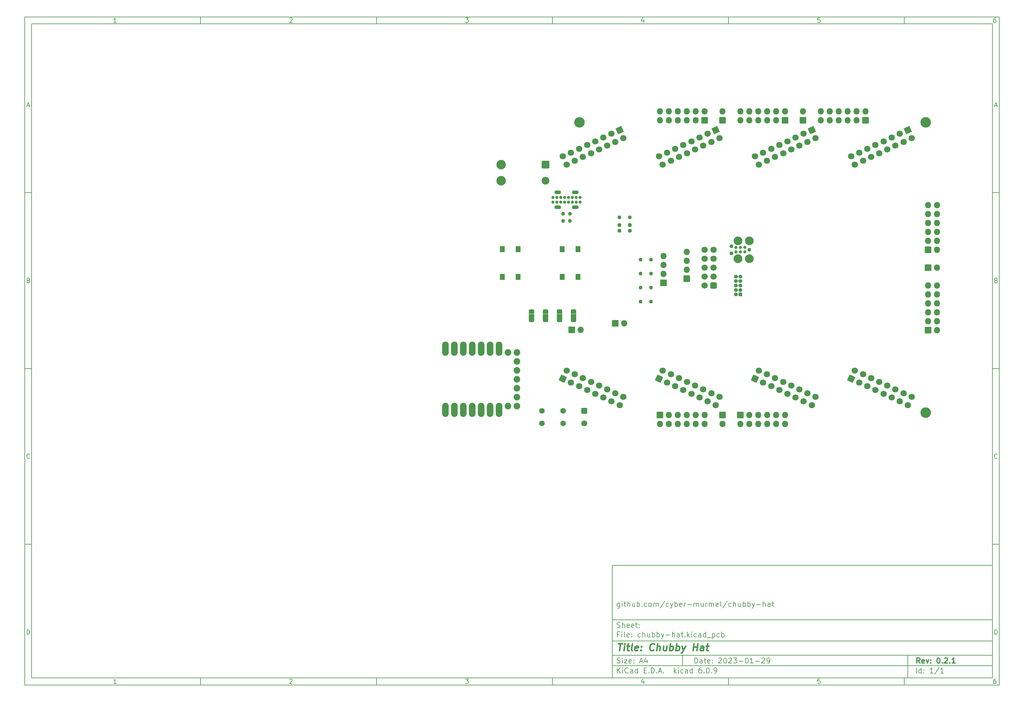
<source format=gbr>
%TF.GenerationSoftware,KiCad,Pcbnew,6.0.9*%
%TF.CreationDate,2023-02-10T02:22:55+01:00*%
%TF.ProjectId,chubby-hat,63687562-6279-42d6-9861-742e6b696361,0.2.1*%
%TF.SameCoordinates,Original*%
%TF.FileFunction,Soldermask,Top*%
%TF.FilePolarity,Negative*%
%FSLAX46Y46*%
G04 Gerber Fmt 4.6, Leading zero omitted, Abs format (unit mm)*
G04 Created by KiCad (PCBNEW 6.0.9) date 2023-02-10 02:22:55*
%MOMM*%
%LPD*%
G01*
G04 APERTURE LIST*
G04 Aperture macros list*
%AMRoundRect*
0 Rectangle with rounded corners*
0 $1 Rounding radius*
0 $2 $3 $4 $5 $6 $7 $8 $9 X,Y pos of 4 corners*
0 Add a 4 corners polygon primitive as box body*
4,1,4,$2,$3,$4,$5,$6,$7,$8,$9,$2,$3,0*
0 Add four circle primitives for the rounded corners*
1,1,$1+$1,$2,$3*
1,1,$1+$1,$4,$5*
1,1,$1+$1,$6,$7*
1,1,$1+$1,$8,$9*
0 Add four rect primitives between the rounded corners*
20,1,$1+$1,$2,$3,$4,$5,0*
20,1,$1+$1,$4,$5,$6,$7,0*
20,1,$1+$1,$6,$7,$8,$9,0*
20,1,$1+$1,$8,$9,$2,$3,0*%
%AMHorizOval*
0 Thick line with rounded ends*
0 $1 width*
0 $2 $3 position (X,Y) of the first rounded end (center of the circle)*
0 $4 $5 position (X,Y) of the second rounded end (center of the circle)*
0 Add line between two ends*
20,1,$1,$2,$3,$4,$5,0*
0 Add two circle primitives to create the rounded ends*
1,1,$1,$2,$3*
1,1,$1,$4,$5*%
%AMFreePoly0*
4,1,37,0.585355,0.785355,0.600000,0.750000,0.600000,-0.750000,0.585355,-0.785355,0.550000,-0.800000,0.000000,-0.800000,-0.012524,-0.794812,-0.080857,-0.793560,-0.094851,-0.791293,-0.230166,-0.749018,-0.242962,-0.742915,-0.360972,-0.664360,-0.371540,-0.654911,-0.462760,-0.546392,-0.470252,-0.534356,-0.527347,-0.404597,-0.531159,-0.390943,-0.548742,-0.256483,-0.547388,-0.256306,-0.550000,-0.250000,
-0.550000,0.250000,-0.549522,0.251153,-0.549368,0.263802,-0.527557,0.403879,-0.523412,0.417435,-0.463164,0.545760,-0.455381,0.557609,-0.361537,0.663867,-0.350741,0.673055,-0.230846,0.748703,-0.217905,0.754492,-0.081598,0.793449,-0.067552,0.795373,-0.011991,0.795033,0.000000,0.800000,0.550000,0.800000,0.585355,0.785355,0.585355,0.785355,$1*%
%AMFreePoly1*
4,1,37,0.012350,0.794884,0.074210,0.794507,0.088231,0.792412,0.224052,0.751793,0.236921,0.745846,0.355883,0.668739,0.366566,0.659420,0.459104,0.552023,0.466742,0.540080,0.525419,0.411028,0.529398,0.397421,0.549495,0.257088,0.550000,0.250000,0.550000,-0.250000,0.549996,-0.250610,0.549847,-0.262826,0.549158,-0.270511,0.525638,-0.410312,0.521328,-0.423818,0.459516,-0.551397,
0.451589,-0.563150,0.356454,-0.668254,0.345546,-0.677309,0.224736,-0.751486,0.211726,-0.757116,0.074953,-0.794405,0.060885,-0.796158,0.011462,-0.795252,0.000000,-0.800000,-0.550000,-0.800000,-0.585355,-0.785355,-0.600000,-0.750000,-0.600000,0.750000,-0.585355,0.785355,-0.550000,0.800000,0.000000,0.800000,0.012350,0.794884,0.012350,0.794884,$1*%
G04 Aperture macros list end*
%ADD10C,0.100000*%
%ADD11C,0.150000*%
%ADD12C,0.300000*%
%ADD13C,0.400000*%
%ADD14C,3.000000*%
%ADD15C,1.100000*%
%ADD16C,0.900000*%
%ADD17O,1.900000X1.100000*%
%ADD18RoundRect,0.050000X0.850000X-0.850000X0.850000X0.850000X-0.850000X0.850000X-0.850000X-0.850000X0*%
%ADD19O,1.800000X1.800000*%
%ADD20RoundRect,0.050000X-0.850000X0.850000X-0.850000X-0.850000X0.850000X-0.850000X0.850000X0.850000X0*%
%ADD21O,1.879600X3.657600*%
%ADD22C,1.879600*%
%ADD23C,2.700000*%
%ADD24RoundRect,0.300001X-0.799999X0.799999X-0.799999X-0.799999X0.799999X-0.799999X0.799999X0.799999X0*%
%ADD25C,2.200000*%
%ADD26C,2.474900*%
%ADD27C,1.090600*%
%ADD28C,0.887400*%
%ADD29FreePoly0,270.000000*%
%ADD30RoundRect,0.050000X-0.750000X0.500000X-0.750000X-0.500000X0.750000X-0.500000X0.750000X0.500000X0*%
%ADD31FreePoly1,270.000000*%
%ADD32RoundRect,0.050000X0.850000X0.850000X-0.850000X0.850000X-0.850000X-0.850000X0.850000X-0.850000X0*%
%ADD33C,1.600000*%
%ADD34RoundRect,0.300000X-0.550000X0.550000X-0.550000X-0.550000X0.550000X-0.550000X0.550000X0.550000X0*%
%ADD35C,1.700000*%
%ADD36RoundRect,0.268750X0.256250X-0.218750X0.256250X0.218750X-0.256250X0.218750X-0.256250X-0.218750X0*%
%ADD37RoundRect,0.050000X0.650000X-0.775000X0.650000X0.775000X-0.650000X0.775000X-0.650000X-0.775000X0*%
%ADD38RoundRect,0.300000X0.600000X0.600000X-0.600000X0.600000X-0.600000X-0.600000X0.600000X-0.600000X0*%
%ADD39C,1.800000*%
%ADD40RoundRect,0.050000X-0.850000X-0.850000X0.850000X-0.850000X0.850000X0.850000X-0.850000X0.850000X0*%
%ADD41RoundRect,0.050000X0.500000X0.500000X-0.500000X0.500000X-0.500000X-0.500000X0.500000X-0.500000X0*%
%ADD42O,1.100000X1.100000*%
%ADD43RoundRect,0.050000X-0.411136X1.129587X-1.129587X-0.411136X0.411136X-1.129587X1.129587X0.411136X0*%
%ADD44HorizOval,1.800000X0.000000X0.000000X0.000000X0.000000X0*%
%ADD45RoundRect,0.050000X1.129587X-0.411136X0.411136X1.129587X-1.129587X0.411136X-0.411136X-1.129587X0*%
%ADD46HorizOval,1.800000X0.000000X0.000000X0.000000X0.000000X0*%
G04 APERTURE END LIST*
D10*
D11*
X177002200Y-166007200D02*
X177002200Y-198007200D01*
X285002200Y-198007200D01*
X285002200Y-166007200D01*
X177002200Y-166007200D01*
D10*
D11*
X10000000Y-10000000D02*
X10000000Y-200007200D01*
X287002200Y-200007200D01*
X287002200Y-10000000D01*
X10000000Y-10000000D01*
D10*
D11*
X12000000Y-12000000D02*
X12000000Y-198007200D01*
X285002200Y-198007200D01*
X285002200Y-12000000D01*
X12000000Y-12000000D01*
D10*
D11*
X60000000Y-12000000D02*
X60000000Y-10000000D01*
D10*
D11*
X110000000Y-12000000D02*
X110000000Y-10000000D01*
D10*
D11*
X160000000Y-12000000D02*
X160000000Y-10000000D01*
D10*
D11*
X210000000Y-12000000D02*
X210000000Y-10000000D01*
D10*
D11*
X260000000Y-12000000D02*
X260000000Y-10000000D01*
D10*
D11*
X36065476Y-11588095D02*
X35322619Y-11588095D01*
X35694047Y-11588095D02*
X35694047Y-10288095D01*
X35570238Y-10473809D01*
X35446428Y-10597619D01*
X35322619Y-10659523D01*
D10*
D11*
X85322619Y-10411904D02*
X85384523Y-10350000D01*
X85508333Y-10288095D01*
X85817857Y-10288095D01*
X85941666Y-10350000D01*
X86003571Y-10411904D01*
X86065476Y-10535714D01*
X86065476Y-10659523D01*
X86003571Y-10845238D01*
X85260714Y-11588095D01*
X86065476Y-11588095D01*
D10*
D11*
X135260714Y-10288095D02*
X136065476Y-10288095D01*
X135632142Y-10783333D01*
X135817857Y-10783333D01*
X135941666Y-10845238D01*
X136003571Y-10907142D01*
X136065476Y-11030952D01*
X136065476Y-11340476D01*
X136003571Y-11464285D01*
X135941666Y-11526190D01*
X135817857Y-11588095D01*
X135446428Y-11588095D01*
X135322619Y-11526190D01*
X135260714Y-11464285D01*
D10*
D11*
X185941666Y-10721428D02*
X185941666Y-11588095D01*
X185632142Y-10226190D02*
X185322619Y-11154761D01*
X186127380Y-11154761D01*
D10*
D11*
X236003571Y-10288095D02*
X235384523Y-10288095D01*
X235322619Y-10907142D01*
X235384523Y-10845238D01*
X235508333Y-10783333D01*
X235817857Y-10783333D01*
X235941666Y-10845238D01*
X236003571Y-10907142D01*
X236065476Y-11030952D01*
X236065476Y-11340476D01*
X236003571Y-11464285D01*
X235941666Y-11526190D01*
X235817857Y-11588095D01*
X235508333Y-11588095D01*
X235384523Y-11526190D01*
X235322619Y-11464285D01*
D10*
D11*
X285941666Y-10288095D02*
X285694047Y-10288095D01*
X285570238Y-10350000D01*
X285508333Y-10411904D01*
X285384523Y-10597619D01*
X285322619Y-10845238D01*
X285322619Y-11340476D01*
X285384523Y-11464285D01*
X285446428Y-11526190D01*
X285570238Y-11588095D01*
X285817857Y-11588095D01*
X285941666Y-11526190D01*
X286003571Y-11464285D01*
X286065476Y-11340476D01*
X286065476Y-11030952D01*
X286003571Y-10907142D01*
X285941666Y-10845238D01*
X285817857Y-10783333D01*
X285570238Y-10783333D01*
X285446428Y-10845238D01*
X285384523Y-10907142D01*
X285322619Y-11030952D01*
D10*
D11*
X60000000Y-198007200D02*
X60000000Y-200007200D01*
D10*
D11*
X110000000Y-198007200D02*
X110000000Y-200007200D01*
D10*
D11*
X160000000Y-198007200D02*
X160000000Y-200007200D01*
D10*
D11*
X210000000Y-198007200D02*
X210000000Y-200007200D01*
D10*
D11*
X260000000Y-198007200D02*
X260000000Y-200007200D01*
D10*
D11*
X36065476Y-199595295D02*
X35322619Y-199595295D01*
X35694047Y-199595295D02*
X35694047Y-198295295D01*
X35570238Y-198481009D01*
X35446428Y-198604819D01*
X35322619Y-198666723D01*
D10*
D11*
X85322619Y-198419104D02*
X85384523Y-198357200D01*
X85508333Y-198295295D01*
X85817857Y-198295295D01*
X85941666Y-198357200D01*
X86003571Y-198419104D01*
X86065476Y-198542914D01*
X86065476Y-198666723D01*
X86003571Y-198852438D01*
X85260714Y-199595295D01*
X86065476Y-199595295D01*
D10*
D11*
X135260714Y-198295295D02*
X136065476Y-198295295D01*
X135632142Y-198790533D01*
X135817857Y-198790533D01*
X135941666Y-198852438D01*
X136003571Y-198914342D01*
X136065476Y-199038152D01*
X136065476Y-199347676D01*
X136003571Y-199471485D01*
X135941666Y-199533390D01*
X135817857Y-199595295D01*
X135446428Y-199595295D01*
X135322619Y-199533390D01*
X135260714Y-199471485D01*
D10*
D11*
X185941666Y-198728628D02*
X185941666Y-199595295D01*
X185632142Y-198233390D02*
X185322619Y-199161961D01*
X186127380Y-199161961D01*
D10*
D11*
X236003571Y-198295295D02*
X235384523Y-198295295D01*
X235322619Y-198914342D01*
X235384523Y-198852438D01*
X235508333Y-198790533D01*
X235817857Y-198790533D01*
X235941666Y-198852438D01*
X236003571Y-198914342D01*
X236065476Y-199038152D01*
X236065476Y-199347676D01*
X236003571Y-199471485D01*
X235941666Y-199533390D01*
X235817857Y-199595295D01*
X235508333Y-199595295D01*
X235384523Y-199533390D01*
X235322619Y-199471485D01*
D10*
D11*
X285941666Y-198295295D02*
X285694047Y-198295295D01*
X285570238Y-198357200D01*
X285508333Y-198419104D01*
X285384523Y-198604819D01*
X285322619Y-198852438D01*
X285322619Y-199347676D01*
X285384523Y-199471485D01*
X285446428Y-199533390D01*
X285570238Y-199595295D01*
X285817857Y-199595295D01*
X285941666Y-199533390D01*
X286003571Y-199471485D01*
X286065476Y-199347676D01*
X286065476Y-199038152D01*
X286003571Y-198914342D01*
X285941666Y-198852438D01*
X285817857Y-198790533D01*
X285570238Y-198790533D01*
X285446428Y-198852438D01*
X285384523Y-198914342D01*
X285322619Y-199038152D01*
D10*
D11*
X10000000Y-60000000D02*
X12000000Y-60000000D01*
D10*
D11*
X10000000Y-110000000D02*
X12000000Y-110000000D01*
D10*
D11*
X10000000Y-160000000D02*
X12000000Y-160000000D01*
D10*
D11*
X10690476Y-35216666D02*
X11309523Y-35216666D01*
X10566666Y-35588095D02*
X11000000Y-34288095D01*
X11433333Y-35588095D01*
D10*
D11*
X11092857Y-84907142D02*
X11278571Y-84969047D01*
X11340476Y-85030952D01*
X11402380Y-85154761D01*
X11402380Y-85340476D01*
X11340476Y-85464285D01*
X11278571Y-85526190D01*
X11154761Y-85588095D01*
X10659523Y-85588095D01*
X10659523Y-84288095D01*
X11092857Y-84288095D01*
X11216666Y-84350000D01*
X11278571Y-84411904D01*
X11340476Y-84535714D01*
X11340476Y-84659523D01*
X11278571Y-84783333D01*
X11216666Y-84845238D01*
X11092857Y-84907142D01*
X10659523Y-84907142D01*
D10*
D11*
X11402380Y-135464285D02*
X11340476Y-135526190D01*
X11154761Y-135588095D01*
X11030952Y-135588095D01*
X10845238Y-135526190D01*
X10721428Y-135402380D01*
X10659523Y-135278571D01*
X10597619Y-135030952D01*
X10597619Y-134845238D01*
X10659523Y-134597619D01*
X10721428Y-134473809D01*
X10845238Y-134350000D01*
X11030952Y-134288095D01*
X11154761Y-134288095D01*
X11340476Y-134350000D01*
X11402380Y-134411904D01*
D10*
D11*
X10659523Y-185588095D02*
X10659523Y-184288095D01*
X10969047Y-184288095D01*
X11154761Y-184350000D01*
X11278571Y-184473809D01*
X11340476Y-184597619D01*
X11402380Y-184845238D01*
X11402380Y-185030952D01*
X11340476Y-185278571D01*
X11278571Y-185402380D01*
X11154761Y-185526190D01*
X10969047Y-185588095D01*
X10659523Y-185588095D01*
D10*
D11*
X287002200Y-60000000D02*
X285002200Y-60000000D01*
D10*
D11*
X287002200Y-110000000D02*
X285002200Y-110000000D01*
D10*
D11*
X287002200Y-160000000D02*
X285002200Y-160000000D01*
D10*
D11*
X285692676Y-35216666D02*
X286311723Y-35216666D01*
X285568866Y-35588095D02*
X286002200Y-34288095D01*
X286435533Y-35588095D01*
D10*
D11*
X286095057Y-84907142D02*
X286280771Y-84969047D01*
X286342676Y-85030952D01*
X286404580Y-85154761D01*
X286404580Y-85340476D01*
X286342676Y-85464285D01*
X286280771Y-85526190D01*
X286156961Y-85588095D01*
X285661723Y-85588095D01*
X285661723Y-84288095D01*
X286095057Y-84288095D01*
X286218866Y-84350000D01*
X286280771Y-84411904D01*
X286342676Y-84535714D01*
X286342676Y-84659523D01*
X286280771Y-84783333D01*
X286218866Y-84845238D01*
X286095057Y-84907142D01*
X285661723Y-84907142D01*
D10*
D11*
X286404580Y-135464285D02*
X286342676Y-135526190D01*
X286156961Y-135588095D01*
X286033152Y-135588095D01*
X285847438Y-135526190D01*
X285723628Y-135402380D01*
X285661723Y-135278571D01*
X285599819Y-135030952D01*
X285599819Y-134845238D01*
X285661723Y-134597619D01*
X285723628Y-134473809D01*
X285847438Y-134350000D01*
X286033152Y-134288095D01*
X286156961Y-134288095D01*
X286342676Y-134350000D01*
X286404580Y-134411904D01*
D10*
D11*
X285661723Y-185588095D02*
X285661723Y-184288095D01*
X285971247Y-184288095D01*
X286156961Y-184350000D01*
X286280771Y-184473809D01*
X286342676Y-184597619D01*
X286404580Y-184845238D01*
X286404580Y-185030952D01*
X286342676Y-185278571D01*
X286280771Y-185402380D01*
X286156961Y-185526190D01*
X285971247Y-185588095D01*
X285661723Y-185588095D01*
D10*
D11*
X200434342Y-193785771D02*
X200434342Y-192285771D01*
X200791485Y-192285771D01*
X201005771Y-192357200D01*
X201148628Y-192500057D01*
X201220057Y-192642914D01*
X201291485Y-192928628D01*
X201291485Y-193142914D01*
X201220057Y-193428628D01*
X201148628Y-193571485D01*
X201005771Y-193714342D01*
X200791485Y-193785771D01*
X200434342Y-193785771D01*
X202577200Y-193785771D02*
X202577200Y-193000057D01*
X202505771Y-192857200D01*
X202362914Y-192785771D01*
X202077200Y-192785771D01*
X201934342Y-192857200D01*
X202577200Y-193714342D02*
X202434342Y-193785771D01*
X202077200Y-193785771D01*
X201934342Y-193714342D01*
X201862914Y-193571485D01*
X201862914Y-193428628D01*
X201934342Y-193285771D01*
X202077200Y-193214342D01*
X202434342Y-193214342D01*
X202577200Y-193142914D01*
X203077200Y-192785771D02*
X203648628Y-192785771D01*
X203291485Y-192285771D02*
X203291485Y-193571485D01*
X203362914Y-193714342D01*
X203505771Y-193785771D01*
X203648628Y-193785771D01*
X204720057Y-193714342D02*
X204577200Y-193785771D01*
X204291485Y-193785771D01*
X204148628Y-193714342D01*
X204077200Y-193571485D01*
X204077200Y-193000057D01*
X204148628Y-192857200D01*
X204291485Y-192785771D01*
X204577200Y-192785771D01*
X204720057Y-192857200D01*
X204791485Y-193000057D01*
X204791485Y-193142914D01*
X204077200Y-193285771D01*
X205434342Y-193642914D02*
X205505771Y-193714342D01*
X205434342Y-193785771D01*
X205362914Y-193714342D01*
X205434342Y-193642914D01*
X205434342Y-193785771D01*
X205434342Y-192857200D02*
X205505771Y-192928628D01*
X205434342Y-193000057D01*
X205362914Y-192928628D01*
X205434342Y-192857200D01*
X205434342Y-193000057D01*
X207220057Y-192428628D02*
X207291485Y-192357200D01*
X207434342Y-192285771D01*
X207791485Y-192285771D01*
X207934342Y-192357200D01*
X208005771Y-192428628D01*
X208077200Y-192571485D01*
X208077200Y-192714342D01*
X208005771Y-192928628D01*
X207148628Y-193785771D01*
X208077200Y-193785771D01*
X209005771Y-192285771D02*
X209148628Y-192285771D01*
X209291485Y-192357200D01*
X209362914Y-192428628D01*
X209434342Y-192571485D01*
X209505771Y-192857200D01*
X209505771Y-193214342D01*
X209434342Y-193500057D01*
X209362914Y-193642914D01*
X209291485Y-193714342D01*
X209148628Y-193785771D01*
X209005771Y-193785771D01*
X208862914Y-193714342D01*
X208791485Y-193642914D01*
X208720057Y-193500057D01*
X208648628Y-193214342D01*
X208648628Y-192857200D01*
X208720057Y-192571485D01*
X208791485Y-192428628D01*
X208862914Y-192357200D01*
X209005771Y-192285771D01*
X210077200Y-192428628D02*
X210148628Y-192357200D01*
X210291485Y-192285771D01*
X210648628Y-192285771D01*
X210791485Y-192357200D01*
X210862914Y-192428628D01*
X210934342Y-192571485D01*
X210934342Y-192714342D01*
X210862914Y-192928628D01*
X210005771Y-193785771D01*
X210934342Y-193785771D01*
X211434342Y-192285771D02*
X212362914Y-192285771D01*
X211862914Y-192857200D01*
X212077200Y-192857200D01*
X212220057Y-192928628D01*
X212291485Y-193000057D01*
X212362914Y-193142914D01*
X212362914Y-193500057D01*
X212291485Y-193642914D01*
X212220057Y-193714342D01*
X212077200Y-193785771D01*
X211648628Y-193785771D01*
X211505771Y-193714342D01*
X211434342Y-193642914D01*
X213005771Y-193214342D02*
X214148628Y-193214342D01*
X215148628Y-192285771D02*
X215291485Y-192285771D01*
X215434342Y-192357200D01*
X215505771Y-192428628D01*
X215577200Y-192571485D01*
X215648628Y-192857200D01*
X215648628Y-193214342D01*
X215577200Y-193500057D01*
X215505771Y-193642914D01*
X215434342Y-193714342D01*
X215291485Y-193785771D01*
X215148628Y-193785771D01*
X215005771Y-193714342D01*
X214934342Y-193642914D01*
X214862914Y-193500057D01*
X214791485Y-193214342D01*
X214791485Y-192857200D01*
X214862914Y-192571485D01*
X214934342Y-192428628D01*
X215005771Y-192357200D01*
X215148628Y-192285771D01*
X217077200Y-193785771D02*
X216220057Y-193785771D01*
X216648628Y-193785771D02*
X216648628Y-192285771D01*
X216505771Y-192500057D01*
X216362914Y-192642914D01*
X216220057Y-192714342D01*
X217720057Y-193214342D02*
X218862914Y-193214342D01*
X219505771Y-192428628D02*
X219577200Y-192357200D01*
X219720057Y-192285771D01*
X220077200Y-192285771D01*
X220220057Y-192357200D01*
X220291485Y-192428628D01*
X220362914Y-192571485D01*
X220362914Y-192714342D01*
X220291485Y-192928628D01*
X219434342Y-193785771D01*
X220362914Y-193785771D01*
X221077200Y-193785771D02*
X221362914Y-193785771D01*
X221505771Y-193714342D01*
X221577200Y-193642914D01*
X221720057Y-193428628D01*
X221791485Y-193142914D01*
X221791485Y-192571485D01*
X221720057Y-192428628D01*
X221648628Y-192357200D01*
X221505771Y-192285771D01*
X221220057Y-192285771D01*
X221077200Y-192357200D01*
X221005771Y-192428628D01*
X220934342Y-192571485D01*
X220934342Y-192928628D01*
X221005771Y-193071485D01*
X221077200Y-193142914D01*
X221220057Y-193214342D01*
X221505771Y-193214342D01*
X221648628Y-193142914D01*
X221720057Y-193071485D01*
X221791485Y-192928628D01*
D10*
D11*
X177002200Y-194507200D02*
X285002200Y-194507200D01*
D10*
D11*
X178434342Y-196585771D02*
X178434342Y-195085771D01*
X179291485Y-196585771D02*
X178648628Y-195728628D01*
X179291485Y-195085771D02*
X178434342Y-195942914D01*
X179934342Y-196585771D02*
X179934342Y-195585771D01*
X179934342Y-195085771D02*
X179862914Y-195157200D01*
X179934342Y-195228628D01*
X180005771Y-195157200D01*
X179934342Y-195085771D01*
X179934342Y-195228628D01*
X181505771Y-196442914D02*
X181434342Y-196514342D01*
X181220057Y-196585771D01*
X181077200Y-196585771D01*
X180862914Y-196514342D01*
X180720057Y-196371485D01*
X180648628Y-196228628D01*
X180577200Y-195942914D01*
X180577200Y-195728628D01*
X180648628Y-195442914D01*
X180720057Y-195300057D01*
X180862914Y-195157200D01*
X181077200Y-195085771D01*
X181220057Y-195085771D01*
X181434342Y-195157200D01*
X181505771Y-195228628D01*
X182791485Y-196585771D02*
X182791485Y-195800057D01*
X182720057Y-195657200D01*
X182577200Y-195585771D01*
X182291485Y-195585771D01*
X182148628Y-195657200D01*
X182791485Y-196514342D02*
X182648628Y-196585771D01*
X182291485Y-196585771D01*
X182148628Y-196514342D01*
X182077200Y-196371485D01*
X182077200Y-196228628D01*
X182148628Y-196085771D01*
X182291485Y-196014342D01*
X182648628Y-196014342D01*
X182791485Y-195942914D01*
X184148628Y-196585771D02*
X184148628Y-195085771D01*
X184148628Y-196514342D02*
X184005771Y-196585771D01*
X183720057Y-196585771D01*
X183577200Y-196514342D01*
X183505771Y-196442914D01*
X183434342Y-196300057D01*
X183434342Y-195871485D01*
X183505771Y-195728628D01*
X183577200Y-195657200D01*
X183720057Y-195585771D01*
X184005771Y-195585771D01*
X184148628Y-195657200D01*
X186005771Y-195800057D02*
X186505771Y-195800057D01*
X186720057Y-196585771D02*
X186005771Y-196585771D01*
X186005771Y-195085771D01*
X186720057Y-195085771D01*
X187362914Y-196442914D02*
X187434342Y-196514342D01*
X187362914Y-196585771D01*
X187291485Y-196514342D01*
X187362914Y-196442914D01*
X187362914Y-196585771D01*
X188077200Y-196585771D02*
X188077200Y-195085771D01*
X188434342Y-195085771D01*
X188648628Y-195157200D01*
X188791485Y-195300057D01*
X188862914Y-195442914D01*
X188934342Y-195728628D01*
X188934342Y-195942914D01*
X188862914Y-196228628D01*
X188791485Y-196371485D01*
X188648628Y-196514342D01*
X188434342Y-196585771D01*
X188077200Y-196585771D01*
X189577200Y-196442914D02*
X189648628Y-196514342D01*
X189577200Y-196585771D01*
X189505771Y-196514342D01*
X189577200Y-196442914D01*
X189577200Y-196585771D01*
X190220057Y-196157200D02*
X190934342Y-196157200D01*
X190077200Y-196585771D02*
X190577200Y-195085771D01*
X191077200Y-196585771D01*
X191577200Y-196442914D02*
X191648628Y-196514342D01*
X191577200Y-196585771D01*
X191505771Y-196514342D01*
X191577200Y-196442914D01*
X191577200Y-196585771D01*
X194577200Y-196585771D02*
X194577200Y-195085771D01*
X194720057Y-196014342D02*
X195148628Y-196585771D01*
X195148628Y-195585771D02*
X194577200Y-196157200D01*
X195791485Y-196585771D02*
X195791485Y-195585771D01*
X195791485Y-195085771D02*
X195720057Y-195157200D01*
X195791485Y-195228628D01*
X195862914Y-195157200D01*
X195791485Y-195085771D01*
X195791485Y-195228628D01*
X197148628Y-196514342D02*
X197005771Y-196585771D01*
X196720057Y-196585771D01*
X196577200Y-196514342D01*
X196505771Y-196442914D01*
X196434342Y-196300057D01*
X196434342Y-195871485D01*
X196505771Y-195728628D01*
X196577200Y-195657200D01*
X196720057Y-195585771D01*
X197005771Y-195585771D01*
X197148628Y-195657200D01*
X198434342Y-196585771D02*
X198434342Y-195800057D01*
X198362914Y-195657200D01*
X198220057Y-195585771D01*
X197934342Y-195585771D01*
X197791485Y-195657200D01*
X198434342Y-196514342D02*
X198291485Y-196585771D01*
X197934342Y-196585771D01*
X197791485Y-196514342D01*
X197720057Y-196371485D01*
X197720057Y-196228628D01*
X197791485Y-196085771D01*
X197934342Y-196014342D01*
X198291485Y-196014342D01*
X198434342Y-195942914D01*
X199791485Y-196585771D02*
X199791485Y-195085771D01*
X199791485Y-196514342D02*
X199648628Y-196585771D01*
X199362914Y-196585771D01*
X199220057Y-196514342D01*
X199148628Y-196442914D01*
X199077200Y-196300057D01*
X199077200Y-195871485D01*
X199148628Y-195728628D01*
X199220057Y-195657200D01*
X199362914Y-195585771D01*
X199648628Y-195585771D01*
X199791485Y-195657200D01*
X202291485Y-195085771D02*
X202005771Y-195085771D01*
X201862914Y-195157200D01*
X201791485Y-195228628D01*
X201648628Y-195442914D01*
X201577200Y-195728628D01*
X201577200Y-196300057D01*
X201648628Y-196442914D01*
X201720057Y-196514342D01*
X201862914Y-196585771D01*
X202148628Y-196585771D01*
X202291485Y-196514342D01*
X202362914Y-196442914D01*
X202434342Y-196300057D01*
X202434342Y-195942914D01*
X202362914Y-195800057D01*
X202291485Y-195728628D01*
X202148628Y-195657200D01*
X201862914Y-195657200D01*
X201720057Y-195728628D01*
X201648628Y-195800057D01*
X201577200Y-195942914D01*
X203077200Y-196442914D02*
X203148628Y-196514342D01*
X203077200Y-196585771D01*
X203005771Y-196514342D01*
X203077200Y-196442914D01*
X203077200Y-196585771D01*
X204077200Y-195085771D02*
X204220057Y-195085771D01*
X204362914Y-195157200D01*
X204434342Y-195228628D01*
X204505771Y-195371485D01*
X204577200Y-195657200D01*
X204577200Y-196014342D01*
X204505771Y-196300057D01*
X204434342Y-196442914D01*
X204362914Y-196514342D01*
X204220057Y-196585771D01*
X204077200Y-196585771D01*
X203934342Y-196514342D01*
X203862914Y-196442914D01*
X203791485Y-196300057D01*
X203720057Y-196014342D01*
X203720057Y-195657200D01*
X203791485Y-195371485D01*
X203862914Y-195228628D01*
X203934342Y-195157200D01*
X204077200Y-195085771D01*
X205220057Y-196442914D02*
X205291485Y-196514342D01*
X205220057Y-196585771D01*
X205148628Y-196514342D01*
X205220057Y-196442914D01*
X205220057Y-196585771D01*
X206005771Y-196585771D02*
X206291485Y-196585771D01*
X206434342Y-196514342D01*
X206505771Y-196442914D01*
X206648628Y-196228628D01*
X206720057Y-195942914D01*
X206720057Y-195371485D01*
X206648628Y-195228628D01*
X206577200Y-195157200D01*
X206434342Y-195085771D01*
X206148628Y-195085771D01*
X206005771Y-195157200D01*
X205934342Y-195228628D01*
X205862914Y-195371485D01*
X205862914Y-195728628D01*
X205934342Y-195871485D01*
X206005771Y-195942914D01*
X206148628Y-196014342D01*
X206434342Y-196014342D01*
X206577200Y-195942914D01*
X206648628Y-195871485D01*
X206720057Y-195728628D01*
D10*
D11*
X177002200Y-191507200D02*
X285002200Y-191507200D01*
D10*
D12*
X264411485Y-193785771D02*
X263911485Y-193071485D01*
X263554342Y-193785771D02*
X263554342Y-192285771D01*
X264125771Y-192285771D01*
X264268628Y-192357200D01*
X264340057Y-192428628D01*
X264411485Y-192571485D01*
X264411485Y-192785771D01*
X264340057Y-192928628D01*
X264268628Y-193000057D01*
X264125771Y-193071485D01*
X263554342Y-193071485D01*
X265625771Y-193714342D02*
X265482914Y-193785771D01*
X265197200Y-193785771D01*
X265054342Y-193714342D01*
X264982914Y-193571485D01*
X264982914Y-193000057D01*
X265054342Y-192857200D01*
X265197200Y-192785771D01*
X265482914Y-192785771D01*
X265625771Y-192857200D01*
X265697200Y-193000057D01*
X265697200Y-193142914D01*
X264982914Y-193285771D01*
X266197200Y-192785771D02*
X266554342Y-193785771D01*
X266911485Y-192785771D01*
X267482914Y-193642914D02*
X267554342Y-193714342D01*
X267482914Y-193785771D01*
X267411485Y-193714342D01*
X267482914Y-193642914D01*
X267482914Y-193785771D01*
X267482914Y-192857200D02*
X267554342Y-192928628D01*
X267482914Y-193000057D01*
X267411485Y-192928628D01*
X267482914Y-192857200D01*
X267482914Y-193000057D01*
X269625771Y-192285771D02*
X269768628Y-192285771D01*
X269911485Y-192357200D01*
X269982914Y-192428628D01*
X270054342Y-192571485D01*
X270125771Y-192857200D01*
X270125771Y-193214342D01*
X270054342Y-193500057D01*
X269982914Y-193642914D01*
X269911485Y-193714342D01*
X269768628Y-193785771D01*
X269625771Y-193785771D01*
X269482914Y-193714342D01*
X269411485Y-193642914D01*
X269340057Y-193500057D01*
X269268628Y-193214342D01*
X269268628Y-192857200D01*
X269340057Y-192571485D01*
X269411485Y-192428628D01*
X269482914Y-192357200D01*
X269625771Y-192285771D01*
X270768628Y-193642914D02*
X270840057Y-193714342D01*
X270768628Y-193785771D01*
X270697200Y-193714342D01*
X270768628Y-193642914D01*
X270768628Y-193785771D01*
X271411485Y-192428628D02*
X271482914Y-192357200D01*
X271625771Y-192285771D01*
X271982914Y-192285771D01*
X272125771Y-192357200D01*
X272197200Y-192428628D01*
X272268628Y-192571485D01*
X272268628Y-192714342D01*
X272197200Y-192928628D01*
X271340057Y-193785771D01*
X272268628Y-193785771D01*
X272911485Y-193642914D02*
X272982914Y-193714342D01*
X272911485Y-193785771D01*
X272840057Y-193714342D01*
X272911485Y-193642914D01*
X272911485Y-193785771D01*
X274411485Y-193785771D02*
X273554342Y-193785771D01*
X273982914Y-193785771D02*
X273982914Y-192285771D01*
X273840057Y-192500057D01*
X273697200Y-192642914D01*
X273554342Y-192714342D01*
D10*
D11*
X178362914Y-193714342D02*
X178577200Y-193785771D01*
X178934342Y-193785771D01*
X179077200Y-193714342D01*
X179148628Y-193642914D01*
X179220057Y-193500057D01*
X179220057Y-193357200D01*
X179148628Y-193214342D01*
X179077200Y-193142914D01*
X178934342Y-193071485D01*
X178648628Y-193000057D01*
X178505771Y-192928628D01*
X178434342Y-192857200D01*
X178362914Y-192714342D01*
X178362914Y-192571485D01*
X178434342Y-192428628D01*
X178505771Y-192357200D01*
X178648628Y-192285771D01*
X179005771Y-192285771D01*
X179220057Y-192357200D01*
X179862914Y-193785771D02*
X179862914Y-192785771D01*
X179862914Y-192285771D02*
X179791485Y-192357200D01*
X179862914Y-192428628D01*
X179934342Y-192357200D01*
X179862914Y-192285771D01*
X179862914Y-192428628D01*
X180434342Y-192785771D02*
X181220057Y-192785771D01*
X180434342Y-193785771D01*
X181220057Y-193785771D01*
X182362914Y-193714342D02*
X182220057Y-193785771D01*
X181934342Y-193785771D01*
X181791485Y-193714342D01*
X181720057Y-193571485D01*
X181720057Y-193000057D01*
X181791485Y-192857200D01*
X181934342Y-192785771D01*
X182220057Y-192785771D01*
X182362914Y-192857200D01*
X182434342Y-193000057D01*
X182434342Y-193142914D01*
X181720057Y-193285771D01*
X183077200Y-193642914D02*
X183148628Y-193714342D01*
X183077200Y-193785771D01*
X183005771Y-193714342D01*
X183077200Y-193642914D01*
X183077200Y-193785771D01*
X183077200Y-192857200D02*
X183148628Y-192928628D01*
X183077200Y-193000057D01*
X183005771Y-192928628D01*
X183077200Y-192857200D01*
X183077200Y-193000057D01*
X184862914Y-193357200D02*
X185577200Y-193357200D01*
X184720057Y-193785771D02*
X185220057Y-192285771D01*
X185720057Y-193785771D01*
X186862914Y-192785771D02*
X186862914Y-193785771D01*
X186505771Y-192214342D02*
X186148628Y-193285771D01*
X187077200Y-193285771D01*
D10*
D11*
X263434342Y-196585771D02*
X263434342Y-195085771D01*
X264791485Y-196585771D02*
X264791485Y-195085771D01*
X264791485Y-196514342D02*
X264648628Y-196585771D01*
X264362914Y-196585771D01*
X264220057Y-196514342D01*
X264148628Y-196442914D01*
X264077200Y-196300057D01*
X264077200Y-195871485D01*
X264148628Y-195728628D01*
X264220057Y-195657200D01*
X264362914Y-195585771D01*
X264648628Y-195585771D01*
X264791485Y-195657200D01*
X265505771Y-196442914D02*
X265577200Y-196514342D01*
X265505771Y-196585771D01*
X265434342Y-196514342D01*
X265505771Y-196442914D01*
X265505771Y-196585771D01*
X265505771Y-195657200D02*
X265577200Y-195728628D01*
X265505771Y-195800057D01*
X265434342Y-195728628D01*
X265505771Y-195657200D01*
X265505771Y-195800057D01*
X268148628Y-196585771D02*
X267291485Y-196585771D01*
X267720057Y-196585771D02*
X267720057Y-195085771D01*
X267577200Y-195300057D01*
X267434342Y-195442914D01*
X267291485Y-195514342D01*
X269862914Y-195014342D02*
X268577200Y-196942914D01*
X271148628Y-196585771D02*
X270291485Y-196585771D01*
X270720057Y-196585771D02*
X270720057Y-195085771D01*
X270577200Y-195300057D01*
X270434342Y-195442914D01*
X270291485Y-195514342D01*
D10*
D11*
X177002200Y-187507200D02*
X285002200Y-187507200D01*
D10*
D13*
X178714580Y-188211961D02*
X179857438Y-188211961D01*
X179036009Y-190211961D02*
X179286009Y-188211961D01*
X180274104Y-190211961D02*
X180440771Y-188878628D01*
X180524104Y-188211961D02*
X180416961Y-188307200D01*
X180500295Y-188402438D01*
X180607438Y-188307200D01*
X180524104Y-188211961D01*
X180500295Y-188402438D01*
X181107438Y-188878628D02*
X181869342Y-188878628D01*
X181476485Y-188211961D02*
X181262200Y-189926247D01*
X181333628Y-190116723D01*
X181512200Y-190211961D01*
X181702676Y-190211961D01*
X182655057Y-190211961D02*
X182476485Y-190116723D01*
X182405057Y-189926247D01*
X182619342Y-188211961D01*
X184190771Y-190116723D02*
X183988390Y-190211961D01*
X183607438Y-190211961D01*
X183428866Y-190116723D01*
X183357438Y-189926247D01*
X183452676Y-189164342D01*
X183571723Y-188973866D01*
X183774104Y-188878628D01*
X184155057Y-188878628D01*
X184333628Y-188973866D01*
X184405057Y-189164342D01*
X184381247Y-189354819D01*
X183405057Y-189545295D01*
X185155057Y-190021485D02*
X185238390Y-190116723D01*
X185131247Y-190211961D01*
X185047914Y-190116723D01*
X185155057Y-190021485D01*
X185131247Y-190211961D01*
X185286009Y-188973866D02*
X185369342Y-189069104D01*
X185262200Y-189164342D01*
X185178866Y-189069104D01*
X185286009Y-188973866D01*
X185262200Y-189164342D01*
X188774104Y-190021485D02*
X188666961Y-190116723D01*
X188369342Y-190211961D01*
X188178866Y-190211961D01*
X187905057Y-190116723D01*
X187738390Y-189926247D01*
X187666961Y-189735771D01*
X187619342Y-189354819D01*
X187655057Y-189069104D01*
X187797914Y-188688152D01*
X187916961Y-188497676D01*
X188131247Y-188307200D01*
X188428866Y-188211961D01*
X188619342Y-188211961D01*
X188893152Y-188307200D01*
X188976485Y-188402438D01*
X189607438Y-190211961D02*
X189857438Y-188211961D01*
X190464580Y-190211961D02*
X190595533Y-189164342D01*
X190524104Y-188973866D01*
X190345533Y-188878628D01*
X190059819Y-188878628D01*
X189857438Y-188973866D01*
X189750295Y-189069104D01*
X192440771Y-188878628D02*
X192274104Y-190211961D01*
X191583628Y-188878628D02*
X191452676Y-189926247D01*
X191524104Y-190116723D01*
X191702676Y-190211961D01*
X191988390Y-190211961D01*
X192190771Y-190116723D01*
X192297914Y-190021485D01*
X193226485Y-190211961D02*
X193476485Y-188211961D01*
X193381247Y-188973866D02*
X193583628Y-188878628D01*
X193964580Y-188878628D01*
X194143152Y-188973866D01*
X194226485Y-189069104D01*
X194297914Y-189259580D01*
X194226485Y-189831009D01*
X194107438Y-190021485D01*
X194000295Y-190116723D01*
X193797914Y-190211961D01*
X193416961Y-190211961D01*
X193238390Y-190116723D01*
X195036009Y-190211961D02*
X195286009Y-188211961D01*
X195190771Y-188973866D02*
X195393152Y-188878628D01*
X195774104Y-188878628D01*
X195952676Y-188973866D01*
X196036009Y-189069104D01*
X196107438Y-189259580D01*
X196036009Y-189831009D01*
X195916961Y-190021485D01*
X195809819Y-190116723D01*
X195607438Y-190211961D01*
X195226485Y-190211961D01*
X195047914Y-190116723D01*
X196821723Y-188878628D02*
X197131247Y-190211961D01*
X197774104Y-188878628D02*
X197131247Y-190211961D01*
X196881247Y-190688152D01*
X196774104Y-190783390D01*
X196571723Y-190878628D01*
X199893152Y-190211961D02*
X200143152Y-188211961D01*
X200024104Y-189164342D02*
X201166961Y-189164342D01*
X201036009Y-190211961D02*
X201286009Y-188211961D01*
X202845533Y-190211961D02*
X202976485Y-189164342D01*
X202905057Y-188973866D01*
X202726485Y-188878628D01*
X202345533Y-188878628D01*
X202143152Y-188973866D01*
X202857438Y-190116723D02*
X202655057Y-190211961D01*
X202178866Y-190211961D01*
X202000295Y-190116723D01*
X201928866Y-189926247D01*
X201952676Y-189735771D01*
X202071723Y-189545295D01*
X202274104Y-189450057D01*
X202750295Y-189450057D01*
X202952676Y-189354819D01*
X203678866Y-188878628D02*
X204440771Y-188878628D01*
X204047914Y-188211961D02*
X203833628Y-189926247D01*
X203905057Y-190116723D01*
X204083628Y-190211961D01*
X204274104Y-190211961D01*
D10*
D11*
X178934342Y-185600057D02*
X178434342Y-185600057D01*
X178434342Y-186385771D02*
X178434342Y-184885771D01*
X179148628Y-184885771D01*
X179720057Y-186385771D02*
X179720057Y-185385771D01*
X179720057Y-184885771D02*
X179648628Y-184957200D01*
X179720057Y-185028628D01*
X179791485Y-184957200D01*
X179720057Y-184885771D01*
X179720057Y-185028628D01*
X180648628Y-186385771D02*
X180505771Y-186314342D01*
X180434342Y-186171485D01*
X180434342Y-184885771D01*
X181791485Y-186314342D02*
X181648628Y-186385771D01*
X181362914Y-186385771D01*
X181220057Y-186314342D01*
X181148628Y-186171485D01*
X181148628Y-185600057D01*
X181220057Y-185457200D01*
X181362914Y-185385771D01*
X181648628Y-185385771D01*
X181791485Y-185457200D01*
X181862914Y-185600057D01*
X181862914Y-185742914D01*
X181148628Y-185885771D01*
X182505771Y-186242914D02*
X182577200Y-186314342D01*
X182505771Y-186385771D01*
X182434342Y-186314342D01*
X182505771Y-186242914D01*
X182505771Y-186385771D01*
X182505771Y-185457200D02*
X182577200Y-185528628D01*
X182505771Y-185600057D01*
X182434342Y-185528628D01*
X182505771Y-185457200D01*
X182505771Y-185600057D01*
X185005771Y-186314342D02*
X184862914Y-186385771D01*
X184577200Y-186385771D01*
X184434342Y-186314342D01*
X184362914Y-186242914D01*
X184291485Y-186100057D01*
X184291485Y-185671485D01*
X184362914Y-185528628D01*
X184434342Y-185457200D01*
X184577200Y-185385771D01*
X184862914Y-185385771D01*
X185005771Y-185457200D01*
X185648628Y-186385771D02*
X185648628Y-184885771D01*
X186291485Y-186385771D02*
X186291485Y-185600057D01*
X186220057Y-185457200D01*
X186077200Y-185385771D01*
X185862914Y-185385771D01*
X185720057Y-185457200D01*
X185648628Y-185528628D01*
X187648628Y-185385771D02*
X187648628Y-186385771D01*
X187005771Y-185385771D02*
X187005771Y-186171485D01*
X187077200Y-186314342D01*
X187220057Y-186385771D01*
X187434342Y-186385771D01*
X187577200Y-186314342D01*
X187648628Y-186242914D01*
X188362914Y-186385771D02*
X188362914Y-184885771D01*
X188362914Y-185457200D02*
X188505771Y-185385771D01*
X188791485Y-185385771D01*
X188934342Y-185457200D01*
X189005771Y-185528628D01*
X189077200Y-185671485D01*
X189077200Y-186100057D01*
X189005771Y-186242914D01*
X188934342Y-186314342D01*
X188791485Y-186385771D01*
X188505771Y-186385771D01*
X188362914Y-186314342D01*
X189720057Y-186385771D02*
X189720057Y-184885771D01*
X189720057Y-185457200D02*
X189862914Y-185385771D01*
X190148628Y-185385771D01*
X190291485Y-185457200D01*
X190362914Y-185528628D01*
X190434342Y-185671485D01*
X190434342Y-186100057D01*
X190362914Y-186242914D01*
X190291485Y-186314342D01*
X190148628Y-186385771D01*
X189862914Y-186385771D01*
X189720057Y-186314342D01*
X190934342Y-185385771D02*
X191291485Y-186385771D01*
X191648628Y-185385771D02*
X191291485Y-186385771D01*
X191148628Y-186742914D01*
X191077200Y-186814342D01*
X190934342Y-186885771D01*
X192220057Y-185814342D02*
X193362914Y-185814342D01*
X194077200Y-186385771D02*
X194077200Y-184885771D01*
X194720057Y-186385771D02*
X194720057Y-185600057D01*
X194648628Y-185457200D01*
X194505771Y-185385771D01*
X194291485Y-185385771D01*
X194148628Y-185457200D01*
X194077200Y-185528628D01*
X196077200Y-186385771D02*
X196077200Y-185600057D01*
X196005771Y-185457200D01*
X195862914Y-185385771D01*
X195577200Y-185385771D01*
X195434342Y-185457200D01*
X196077200Y-186314342D02*
X195934342Y-186385771D01*
X195577200Y-186385771D01*
X195434342Y-186314342D01*
X195362914Y-186171485D01*
X195362914Y-186028628D01*
X195434342Y-185885771D01*
X195577200Y-185814342D01*
X195934342Y-185814342D01*
X196077200Y-185742914D01*
X196577200Y-185385771D02*
X197148628Y-185385771D01*
X196791485Y-184885771D02*
X196791485Y-186171485D01*
X196862914Y-186314342D01*
X197005771Y-186385771D01*
X197148628Y-186385771D01*
X197648628Y-186242914D02*
X197720057Y-186314342D01*
X197648628Y-186385771D01*
X197577200Y-186314342D01*
X197648628Y-186242914D01*
X197648628Y-186385771D01*
X198362914Y-186385771D02*
X198362914Y-184885771D01*
X198505771Y-185814342D02*
X198934342Y-186385771D01*
X198934342Y-185385771D02*
X198362914Y-185957200D01*
X199577200Y-186385771D02*
X199577200Y-185385771D01*
X199577200Y-184885771D02*
X199505771Y-184957200D01*
X199577200Y-185028628D01*
X199648628Y-184957200D01*
X199577200Y-184885771D01*
X199577200Y-185028628D01*
X200934342Y-186314342D02*
X200791485Y-186385771D01*
X200505771Y-186385771D01*
X200362914Y-186314342D01*
X200291485Y-186242914D01*
X200220057Y-186100057D01*
X200220057Y-185671485D01*
X200291485Y-185528628D01*
X200362914Y-185457200D01*
X200505771Y-185385771D01*
X200791485Y-185385771D01*
X200934342Y-185457200D01*
X202220057Y-186385771D02*
X202220057Y-185600057D01*
X202148628Y-185457200D01*
X202005771Y-185385771D01*
X201720057Y-185385771D01*
X201577200Y-185457200D01*
X202220057Y-186314342D02*
X202077200Y-186385771D01*
X201720057Y-186385771D01*
X201577200Y-186314342D01*
X201505771Y-186171485D01*
X201505771Y-186028628D01*
X201577200Y-185885771D01*
X201720057Y-185814342D01*
X202077200Y-185814342D01*
X202220057Y-185742914D01*
X203577200Y-186385771D02*
X203577200Y-184885771D01*
X203577200Y-186314342D02*
X203434342Y-186385771D01*
X203148628Y-186385771D01*
X203005771Y-186314342D01*
X202934342Y-186242914D01*
X202862914Y-186100057D01*
X202862914Y-185671485D01*
X202934342Y-185528628D01*
X203005771Y-185457200D01*
X203148628Y-185385771D01*
X203434342Y-185385771D01*
X203577200Y-185457200D01*
X203934342Y-186528628D02*
X205077200Y-186528628D01*
X205434342Y-185385771D02*
X205434342Y-186885771D01*
X205434342Y-185457200D02*
X205577200Y-185385771D01*
X205862914Y-185385771D01*
X206005771Y-185457200D01*
X206077200Y-185528628D01*
X206148628Y-185671485D01*
X206148628Y-186100057D01*
X206077200Y-186242914D01*
X206005771Y-186314342D01*
X205862914Y-186385771D01*
X205577200Y-186385771D01*
X205434342Y-186314342D01*
X207434342Y-186314342D02*
X207291485Y-186385771D01*
X207005771Y-186385771D01*
X206862914Y-186314342D01*
X206791485Y-186242914D01*
X206720057Y-186100057D01*
X206720057Y-185671485D01*
X206791485Y-185528628D01*
X206862914Y-185457200D01*
X207005771Y-185385771D01*
X207291485Y-185385771D01*
X207434342Y-185457200D01*
X208077200Y-186385771D02*
X208077200Y-184885771D01*
X208077200Y-185457200D02*
X208220057Y-185385771D01*
X208505771Y-185385771D01*
X208648628Y-185457200D01*
X208720057Y-185528628D01*
X208791485Y-185671485D01*
X208791485Y-186100057D01*
X208720057Y-186242914D01*
X208648628Y-186314342D01*
X208505771Y-186385771D01*
X208220057Y-186385771D01*
X208077200Y-186314342D01*
D10*
D11*
X177002200Y-181507200D02*
X285002200Y-181507200D01*
D10*
D11*
X178362914Y-183614342D02*
X178577200Y-183685771D01*
X178934342Y-183685771D01*
X179077200Y-183614342D01*
X179148628Y-183542914D01*
X179220057Y-183400057D01*
X179220057Y-183257200D01*
X179148628Y-183114342D01*
X179077200Y-183042914D01*
X178934342Y-182971485D01*
X178648628Y-182900057D01*
X178505771Y-182828628D01*
X178434342Y-182757200D01*
X178362914Y-182614342D01*
X178362914Y-182471485D01*
X178434342Y-182328628D01*
X178505771Y-182257200D01*
X178648628Y-182185771D01*
X179005771Y-182185771D01*
X179220057Y-182257200D01*
X179862914Y-183685771D02*
X179862914Y-182185771D01*
X180505771Y-183685771D02*
X180505771Y-182900057D01*
X180434342Y-182757200D01*
X180291485Y-182685771D01*
X180077200Y-182685771D01*
X179934342Y-182757200D01*
X179862914Y-182828628D01*
X181791485Y-183614342D02*
X181648628Y-183685771D01*
X181362914Y-183685771D01*
X181220057Y-183614342D01*
X181148628Y-183471485D01*
X181148628Y-182900057D01*
X181220057Y-182757200D01*
X181362914Y-182685771D01*
X181648628Y-182685771D01*
X181791485Y-182757200D01*
X181862914Y-182900057D01*
X181862914Y-183042914D01*
X181148628Y-183185771D01*
X183077200Y-183614342D02*
X182934342Y-183685771D01*
X182648628Y-183685771D01*
X182505771Y-183614342D01*
X182434342Y-183471485D01*
X182434342Y-182900057D01*
X182505771Y-182757200D01*
X182648628Y-182685771D01*
X182934342Y-182685771D01*
X183077200Y-182757200D01*
X183148628Y-182900057D01*
X183148628Y-183042914D01*
X182434342Y-183185771D01*
X183577200Y-182685771D02*
X184148628Y-182685771D01*
X183791485Y-182185771D02*
X183791485Y-183471485D01*
X183862914Y-183614342D01*
X184005771Y-183685771D01*
X184148628Y-183685771D01*
X184648628Y-183542914D02*
X184720057Y-183614342D01*
X184648628Y-183685771D01*
X184577200Y-183614342D01*
X184648628Y-183542914D01*
X184648628Y-183685771D01*
X184648628Y-182757200D02*
X184720057Y-182828628D01*
X184648628Y-182900057D01*
X184577200Y-182828628D01*
X184648628Y-182757200D01*
X184648628Y-182900057D01*
D10*
D12*
D10*
D11*
X179077200Y-176685771D02*
X179077200Y-177900057D01*
X179005771Y-178042914D01*
X178934342Y-178114342D01*
X178791485Y-178185771D01*
X178577200Y-178185771D01*
X178434342Y-178114342D01*
X179077200Y-177614342D02*
X178934342Y-177685771D01*
X178648628Y-177685771D01*
X178505771Y-177614342D01*
X178434342Y-177542914D01*
X178362914Y-177400057D01*
X178362914Y-176971485D01*
X178434342Y-176828628D01*
X178505771Y-176757200D01*
X178648628Y-176685771D01*
X178934342Y-176685771D01*
X179077200Y-176757200D01*
X179791485Y-177685771D02*
X179791485Y-176685771D01*
X179791485Y-176185771D02*
X179720057Y-176257200D01*
X179791485Y-176328628D01*
X179862914Y-176257200D01*
X179791485Y-176185771D01*
X179791485Y-176328628D01*
X180291485Y-176685771D02*
X180862914Y-176685771D01*
X180505771Y-176185771D02*
X180505771Y-177471485D01*
X180577200Y-177614342D01*
X180720057Y-177685771D01*
X180862914Y-177685771D01*
X181362914Y-177685771D02*
X181362914Y-176185771D01*
X182005771Y-177685771D02*
X182005771Y-176900057D01*
X181934342Y-176757200D01*
X181791485Y-176685771D01*
X181577200Y-176685771D01*
X181434342Y-176757200D01*
X181362914Y-176828628D01*
X183362914Y-176685771D02*
X183362914Y-177685771D01*
X182720057Y-176685771D02*
X182720057Y-177471485D01*
X182791485Y-177614342D01*
X182934342Y-177685771D01*
X183148628Y-177685771D01*
X183291485Y-177614342D01*
X183362914Y-177542914D01*
X184077200Y-177685771D02*
X184077200Y-176185771D01*
X184077200Y-176757200D02*
X184220057Y-176685771D01*
X184505771Y-176685771D01*
X184648628Y-176757200D01*
X184720057Y-176828628D01*
X184791485Y-176971485D01*
X184791485Y-177400057D01*
X184720057Y-177542914D01*
X184648628Y-177614342D01*
X184505771Y-177685771D01*
X184220057Y-177685771D01*
X184077200Y-177614342D01*
X185434342Y-177542914D02*
X185505771Y-177614342D01*
X185434342Y-177685771D01*
X185362914Y-177614342D01*
X185434342Y-177542914D01*
X185434342Y-177685771D01*
X186791485Y-177614342D02*
X186648628Y-177685771D01*
X186362914Y-177685771D01*
X186220057Y-177614342D01*
X186148628Y-177542914D01*
X186077200Y-177400057D01*
X186077200Y-176971485D01*
X186148628Y-176828628D01*
X186220057Y-176757200D01*
X186362914Y-176685771D01*
X186648628Y-176685771D01*
X186791485Y-176757200D01*
X187648628Y-177685771D02*
X187505771Y-177614342D01*
X187434342Y-177542914D01*
X187362914Y-177400057D01*
X187362914Y-176971485D01*
X187434342Y-176828628D01*
X187505771Y-176757200D01*
X187648628Y-176685771D01*
X187862914Y-176685771D01*
X188005771Y-176757200D01*
X188077200Y-176828628D01*
X188148628Y-176971485D01*
X188148628Y-177400057D01*
X188077200Y-177542914D01*
X188005771Y-177614342D01*
X187862914Y-177685771D01*
X187648628Y-177685771D01*
X188791485Y-177685771D02*
X188791485Y-176685771D01*
X188791485Y-176828628D02*
X188862914Y-176757200D01*
X189005771Y-176685771D01*
X189220057Y-176685771D01*
X189362914Y-176757200D01*
X189434342Y-176900057D01*
X189434342Y-177685771D01*
X189434342Y-176900057D02*
X189505771Y-176757200D01*
X189648628Y-176685771D01*
X189862914Y-176685771D01*
X190005771Y-176757200D01*
X190077200Y-176900057D01*
X190077200Y-177685771D01*
X191862914Y-176114342D02*
X190577200Y-178042914D01*
X193005771Y-177614342D02*
X192862914Y-177685771D01*
X192577200Y-177685771D01*
X192434342Y-177614342D01*
X192362914Y-177542914D01*
X192291485Y-177400057D01*
X192291485Y-176971485D01*
X192362914Y-176828628D01*
X192434342Y-176757200D01*
X192577200Y-176685771D01*
X192862914Y-176685771D01*
X193005771Y-176757200D01*
X193505771Y-176685771D02*
X193862914Y-177685771D01*
X194220057Y-176685771D02*
X193862914Y-177685771D01*
X193720057Y-178042914D01*
X193648628Y-178114342D01*
X193505771Y-178185771D01*
X194791485Y-177685771D02*
X194791485Y-176185771D01*
X194791485Y-176757200D02*
X194934342Y-176685771D01*
X195220057Y-176685771D01*
X195362914Y-176757200D01*
X195434342Y-176828628D01*
X195505771Y-176971485D01*
X195505771Y-177400057D01*
X195434342Y-177542914D01*
X195362914Y-177614342D01*
X195220057Y-177685771D01*
X194934342Y-177685771D01*
X194791485Y-177614342D01*
X196720057Y-177614342D02*
X196577200Y-177685771D01*
X196291485Y-177685771D01*
X196148628Y-177614342D01*
X196077200Y-177471485D01*
X196077200Y-176900057D01*
X196148628Y-176757200D01*
X196291485Y-176685771D01*
X196577200Y-176685771D01*
X196720057Y-176757200D01*
X196791485Y-176900057D01*
X196791485Y-177042914D01*
X196077200Y-177185771D01*
X197434342Y-177685771D02*
X197434342Y-176685771D01*
X197434342Y-176971485D02*
X197505771Y-176828628D01*
X197577200Y-176757200D01*
X197720057Y-176685771D01*
X197862914Y-176685771D01*
X198362914Y-177114342D02*
X199505771Y-177114342D01*
X200220057Y-177685771D02*
X200220057Y-176685771D01*
X200220057Y-176828628D02*
X200291485Y-176757200D01*
X200434342Y-176685771D01*
X200648628Y-176685771D01*
X200791485Y-176757200D01*
X200862914Y-176900057D01*
X200862914Y-177685771D01*
X200862914Y-176900057D02*
X200934342Y-176757200D01*
X201077200Y-176685771D01*
X201291485Y-176685771D01*
X201434342Y-176757200D01*
X201505771Y-176900057D01*
X201505771Y-177685771D01*
X202862914Y-176685771D02*
X202862914Y-177685771D01*
X202220057Y-176685771D02*
X202220057Y-177471485D01*
X202291485Y-177614342D01*
X202434342Y-177685771D01*
X202648628Y-177685771D01*
X202791485Y-177614342D01*
X202862914Y-177542914D01*
X203577200Y-177685771D02*
X203577200Y-176685771D01*
X203577200Y-176971485D02*
X203648628Y-176828628D01*
X203720057Y-176757200D01*
X203862914Y-176685771D01*
X204005771Y-176685771D01*
X204505771Y-177685771D02*
X204505771Y-176685771D01*
X204505771Y-176828628D02*
X204577200Y-176757200D01*
X204720057Y-176685771D01*
X204934342Y-176685771D01*
X205077200Y-176757200D01*
X205148628Y-176900057D01*
X205148628Y-177685771D01*
X205148628Y-176900057D02*
X205220057Y-176757200D01*
X205362914Y-176685771D01*
X205577200Y-176685771D01*
X205720057Y-176757200D01*
X205791485Y-176900057D01*
X205791485Y-177685771D01*
X207077200Y-177614342D02*
X206934342Y-177685771D01*
X206648628Y-177685771D01*
X206505771Y-177614342D01*
X206434342Y-177471485D01*
X206434342Y-176900057D01*
X206505771Y-176757200D01*
X206648628Y-176685771D01*
X206934342Y-176685771D01*
X207077200Y-176757200D01*
X207148628Y-176900057D01*
X207148628Y-177042914D01*
X206434342Y-177185771D01*
X208005771Y-177685771D02*
X207862914Y-177614342D01*
X207791485Y-177471485D01*
X207791485Y-176185771D01*
X209648628Y-176114342D02*
X208362914Y-178042914D01*
X210791485Y-177614342D02*
X210648628Y-177685771D01*
X210362914Y-177685771D01*
X210220057Y-177614342D01*
X210148628Y-177542914D01*
X210077200Y-177400057D01*
X210077200Y-176971485D01*
X210148628Y-176828628D01*
X210220057Y-176757200D01*
X210362914Y-176685771D01*
X210648628Y-176685771D01*
X210791485Y-176757200D01*
X211434342Y-177685771D02*
X211434342Y-176185771D01*
X212077200Y-177685771D02*
X212077200Y-176900057D01*
X212005771Y-176757200D01*
X211862914Y-176685771D01*
X211648628Y-176685771D01*
X211505771Y-176757200D01*
X211434342Y-176828628D01*
X213434342Y-176685771D02*
X213434342Y-177685771D01*
X212791485Y-176685771D02*
X212791485Y-177471485D01*
X212862914Y-177614342D01*
X213005771Y-177685771D01*
X213220057Y-177685771D01*
X213362914Y-177614342D01*
X213434342Y-177542914D01*
X214148628Y-177685771D02*
X214148628Y-176185771D01*
X214148628Y-176757200D02*
X214291485Y-176685771D01*
X214577200Y-176685771D01*
X214720057Y-176757200D01*
X214791485Y-176828628D01*
X214862914Y-176971485D01*
X214862914Y-177400057D01*
X214791485Y-177542914D01*
X214720057Y-177614342D01*
X214577200Y-177685771D01*
X214291485Y-177685771D01*
X214148628Y-177614342D01*
X215505771Y-177685771D02*
X215505771Y-176185771D01*
X215505771Y-176757200D02*
X215648628Y-176685771D01*
X215934342Y-176685771D01*
X216077200Y-176757200D01*
X216148628Y-176828628D01*
X216220057Y-176971485D01*
X216220057Y-177400057D01*
X216148628Y-177542914D01*
X216077200Y-177614342D01*
X215934342Y-177685771D01*
X215648628Y-177685771D01*
X215505771Y-177614342D01*
X216720057Y-176685771D02*
X217077200Y-177685771D01*
X217434342Y-176685771D02*
X217077200Y-177685771D01*
X216934342Y-178042914D01*
X216862914Y-178114342D01*
X216720057Y-178185771D01*
X218005771Y-177114342D02*
X219148628Y-177114342D01*
X219862914Y-177685771D02*
X219862914Y-176185771D01*
X220505771Y-177685771D02*
X220505771Y-176900057D01*
X220434342Y-176757200D01*
X220291485Y-176685771D01*
X220077200Y-176685771D01*
X219934342Y-176757200D01*
X219862914Y-176828628D01*
X221862914Y-177685771D02*
X221862914Y-176900057D01*
X221791485Y-176757200D01*
X221648628Y-176685771D01*
X221362914Y-176685771D01*
X221220057Y-176757200D01*
X221862914Y-177614342D02*
X221720057Y-177685771D01*
X221362914Y-177685771D01*
X221220057Y-177614342D01*
X221148628Y-177471485D01*
X221148628Y-177328628D01*
X221220057Y-177185771D01*
X221362914Y-177114342D01*
X221720057Y-177114342D01*
X221862914Y-177042914D01*
X222362914Y-176685771D02*
X222934342Y-176685771D01*
X222577200Y-176185771D02*
X222577200Y-177471485D01*
X222648628Y-177614342D01*
X222791485Y-177685771D01*
X222934342Y-177685771D01*
D10*
D11*
D10*
D11*
D10*
D11*
D10*
D11*
X197002200Y-191507200D02*
X197002200Y-194507200D01*
D10*
D11*
X261002200Y-191507200D02*
X261002200Y-198007200D01*
D14*
%TO.C,REF\u002A\u002A*%
X167640000Y-40005000D03*
X167640000Y-40005000D03*
%TD*%
D15*
%TO.C,TP7*%
X185000000Y-83000000D03*
%TD*%
%TO.C,TP5*%
X188000000Y-91000000D03*
%TD*%
D16*
%TO.C,J9*%
X167850000Y-62675000D03*
X166750000Y-62675000D03*
X165650000Y-62675000D03*
X164550000Y-62675000D03*
X163450000Y-62675000D03*
X162350000Y-62675000D03*
X161250000Y-62675000D03*
X160150000Y-62675000D03*
X160150000Y-61325000D03*
X161250000Y-61325000D03*
X162350000Y-61325000D03*
X163450000Y-61325000D03*
X164550000Y-61325000D03*
X165650000Y-61325000D03*
X166750000Y-61325000D03*
X167850000Y-61325000D03*
D17*
X166500000Y-59850000D03*
X161500000Y-64150000D03*
X166500000Y-64150000D03*
X161500000Y-59850000D03*
%TD*%
D18*
%TO.C,Pmod6*%
X213360000Y-123190000D03*
D19*
X213360000Y-125730000D03*
X215900000Y-123190000D03*
X215900000Y-125730000D03*
X218440000Y-123190000D03*
X218440000Y-125730000D03*
X220980000Y-123190000D03*
X220980000Y-125730000D03*
X223520000Y-123190000D03*
X223520000Y-125730000D03*
X226060000Y-123190000D03*
X226060000Y-125730000D03*
%TD*%
D15*
%TO.C,TP6*%
X188000000Y-87000000D03*
%TD*%
D20*
%TO.C,Pmod1*%
X203200000Y-39370000D03*
D19*
X203200000Y-36830000D03*
X200660000Y-39370000D03*
X200660000Y-36830000D03*
X198120000Y-39370000D03*
X198120000Y-36830000D03*
X195580000Y-39370000D03*
X195580000Y-36830000D03*
X193040000Y-39370000D03*
X193040000Y-36830000D03*
X190500000Y-39370000D03*
X190500000Y-36830000D03*
%TD*%
D15*
%TO.C,TP4*%
X188000000Y-79000000D03*
%TD*%
%TO.C,TP8*%
X185000000Y-79000000D03*
%TD*%
D21*
%TO.C,A1*%
X129540000Y-121920000D03*
D22*
X129540000Y-120650000D03*
X132080000Y-120650000D03*
D21*
X132080000Y-121920000D03*
X134620000Y-121920000D03*
D22*
X134620000Y-120650000D03*
X137160000Y-120650000D03*
D21*
X137160000Y-121920000D03*
X139700000Y-121920000D03*
D22*
X139700000Y-120650000D03*
D21*
X142240000Y-121920000D03*
D22*
X142240000Y-120650000D03*
X144780000Y-120650000D03*
D21*
X144780000Y-121920000D03*
D22*
X144780000Y-105410000D03*
D21*
X144780000Y-104140000D03*
D22*
X142240000Y-105410000D03*
D21*
X142240000Y-104140000D03*
X139700000Y-104140000D03*
D22*
X139700000Y-105410000D03*
D21*
X137160000Y-104140000D03*
D22*
X137160000Y-105410000D03*
D21*
X134620000Y-104140000D03*
D22*
X134620000Y-105410000D03*
D21*
X132080000Y-104140000D03*
D22*
X132080000Y-105410000D03*
X129540000Y-105410000D03*
D21*
X129540000Y-104140000D03*
%TD*%
D15*
%TO.C,TP13*%
X163000000Y-66000000D03*
%TD*%
D20*
%TO.C,Pmod3*%
X248920000Y-39370000D03*
D19*
X248920000Y-36830000D03*
X246380000Y-39370000D03*
X246380000Y-36830000D03*
X243840000Y-39370000D03*
X243840000Y-36830000D03*
X241300000Y-39370000D03*
X241300000Y-36830000D03*
X238760000Y-39370000D03*
X238760000Y-36830000D03*
X236220000Y-39370000D03*
X236220000Y-36830000D03*
%TD*%
D20*
%TO.C,Pmod2*%
X226060000Y-39370000D03*
D19*
X226060000Y-36830000D03*
X223520000Y-39370000D03*
X223520000Y-36830000D03*
X220980000Y-39370000D03*
X220980000Y-36830000D03*
X218440000Y-39370000D03*
X218440000Y-36830000D03*
X215900000Y-39370000D03*
X215900000Y-36830000D03*
X213360000Y-39370000D03*
X213360000Y-36830000D03*
%TD*%
D15*
%TO.C,TP9*%
X185000000Y-91000000D03*
%TD*%
D14*
%TO.C,REF\u002A\u002A*%
X266065000Y-40005000D03*
X266065000Y-40005000D03*
%TD*%
D23*
%TO.C,J16*%
X145400000Y-56600000D03*
X145400000Y-52000000D03*
D24*
X158000000Y-52000000D03*
D25*
X158000000Y-56600000D03*
%TD*%
D26*
%TO.C,J4*%
X215900000Y-73660000D03*
D27*
X210820000Y-77216000D03*
X215900000Y-76200000D03*
D26*
X215900000Y-78740000D03*
X212725000Y-73660000D03*
D27*
X210820000Y-75184000D03*
D26*
X212725000Y-78740000D03*
D28*
X214630000Y-75565000D03*
X214630000Y-76835000D03*
X213360000Y-75565000D03*
X213360000Y-76835000D03*
X212090000Y-75565000D03*
X212090000Y-76835000D03*
%TD*%
D18*
%TO.C,J5*%
X266700000Y-81279999D03*
D19*
X269240000Y-81279999D03*
%TD*%
D29*
%TO.C,JP2*%
X158000000Y-93700000D03*
D30*
X158000000Y-95000000D03*
D31*
X158000000Y-96300000D03*
%TD*%
D32*
%TO.C,Pmod5*%
X266700000Y-99059999D03*
D19*
X269240000Y-99059999D03*
X266700000Y-96519999D03*
X269240000Y-96519999D03*
X266700000Y-93979999D03*
X269240000Y-93979999D03*
X266700000Y-91439999D03*
X269240000Y-91439999D03*
X266700000Y-88899999D03*
X269240000Y-88899999D03*
X266700000Y-86359999D03*
X269240000Y-86359999D03*
%TD*%
D32*
%TO.C,J7*%
X208280000Y-39370000D03*
D19*
X208280000Y-36830000D03*
%TD*%
D15*
%TO.C,TP2*%
X179000000Y-67000000D03*
%TD*%
%TO.C,TP14*%
X165000000Y-66000000D03*
%TD*%
D32*
%TO.C,J6*%
X231140000Y-39370000D03*
D19*
X231140000Y-36830000D03*
%TD*%
D15*
%TO.C,TP1*%
X182000000Y-67000000D03*
%TD*%
D33*
%TO.C,J1*%
X163000000Y-122000000D03*
X157000000Y-125600000D03*
X157000000Y-122000000D03*
X163000000Y-125600000D03*
D34*
X169000000Y-122000000D03*
D35*
X169000000Y-125600000D03*
%TD*%
D36*
%TO.C,D2*%
X179000000Y-70787500D03*
X179000000Y-69212500D03*
%TD*%
D37*
%TO.C,SW1*%
X145750000Y-76025000D03*
X145750000Y-83975000D03*
X150250000Y-83975000D03*
X150250000Y-76025000D03*
%TD*%
D15*
%TO.C,TP3*%
X188000000Y-83000000D03*
%TD*%
D38*
%TO.C,J2*%
X205740000Y-86360000D03*
D39*
X203200000Y-86360000D03*
X205740000Y-83820000D03*
X203200000Y-83820000D03*
X205740000Y-81280000D03*
X203200000Y-81280000D03*
X205740000Y-78740000D03*
X203200000Y-78740000D03*
X205740000Y-76200000D03*
X203200000Y-76200000D03*
%TD*%
D36*
%TO.C,D1*%
X182000000Y-70787500D03*
X182000000Y-69212500D03*
%TD*%
D18*
%TO.C,Pmod7*%
X190500000Y-123190000D03*
D19*
X190500000Y-125730000D03*
X193040000Y-123190000D03*
X193040000Y-125730000D03*
X195580000Y-123190000D03*
X195580000Y-125730000D03*
X198120000Y-123190000D03*
X198120000Y-125730000D03*
X200660000Y-123190000D03*
X200660000Y-125730000D03*
X203200000Y-123190000D03*
X203200000Y-125730000D03*
%TD*%
D40*
%TO.C,J8*%
X208280000Y-123190000D03*
D19*
X208280000Y-125730000D03*
%TD*%
D15*
%TO.C,TP10*%
X185000000Y-87000000D03*
%TD*%
D32*
%TO.C,Pmod4*%
X266700000Y-76199999D03*
D19*
X269240000Y-76199999D03*
X266700000Y-73659999D03*
X269240000Y-73659999D03*
X266700000Y-71119999D03*
X269240000Y-71119999D03*
X266700000Y-68579999D03*
X269240000Y-68579999D03*
X266700000Y-66039999D03*
X269240000Y-66039999D03*
X266700000Y-63499999D03*
X269240000Y-63499999D03*
%TD*%
D37*
%TO.C,SW2*%
X162750000Y-76025000D03*
X162750000Y-83975000D03*
X167250000Y-83975000D03*
X167250000Y-76025000D03*
%TD*%
D29*
%TO.C,JP4*%
X166000000Y-93700000D03*
D30*
X166000000Y-95000000D03*
D31*
X166000000Y-96300000D03*
%TD*%
D29*
%TO.C,JP1*%
X154000000Y-93700000D03*
D30*
X154000000Y-95000000D03*
D31*
X154000000Y-96300000D03*
%TD*%
D15*
%TO.C,TP12*%
X165000000Y-68000000D03*
%TD*%
D14*
%TO.C,REF\u002A\u002A*%
X266065000Y-122555000D03*
X266065000Y-122555000D03*
%TD*%
D41*
%TO.C,J3*%
X213360000Y-88899999D03*
D42*
X212090000Y-88899999D03*
X213360000Y-87629999D03*
X212090000Y-87629999D03*
X213360000Y-86359999D03*
X212090000Y-86359999D03*
X213360000Y-85089999D03*
X212090000Y-85089999D03*
X213360000Y-83819999D03*
X212090000Y-83819999D03*
%TD*%
D15*
%TO.C,TP11*%
X163000000Y-68000000D03*
%TD*%
D29*
%TO.C,JP3*%
X162000000Y-93700000D03*
D30*
X162000000Y-95000000D03*
D31*
X162000000Y-96300000D03*
%TD*%
D43*
%TO.C,J12*%
X190260848Y-112881847D03*
D44*
X191334298Y-110579825D03*
X192562870Y-113955297D03*
X193636320Y-111653276D03*
X194864892Y-115028748D03*
X195938342Y-112726726D03*
X197166913Y-116102198D03*
X198240364Y-113800176D03*
X199468935Y-117175649D03*
X200542386Y-114873627D03*
X201770957Y-118249099D03*
X202844407Y-115947077D03*
X204072979Y-119322549D03*
X205146429Y-117020528D03*
X206375000Y-120396000D03*
X207448451Y-118093978D03*
%TD*%
D43*
%TO.C,J21*%
X244870848Y-112881847D03*
D44*
X245944298Y-110579825D03*
X247172870Y-113955297D03*
X248246320Y-111653276D03*
X249474892Y-115028748D03*
X250548342Y-112726726D03*
X251776913Y-116102198D03*
X252850364Y-113800176D03*
X254078935Y-117175649D03*
X255152386Y-114873627D03*
X256380957Y-118249099D03*
X257454407Y-115947077D03*
X258682979Y-119322549D03*
X259756429Y-117020528D03*
X260985000Y-120396000D03*
X262058451Y-118093978D03*
%TD*%
D45*
%TO.C,J18*%
X233680000Y-42164000D03*
D46*
X234753450Y-44466022D03*
X231377978Y-43237450D03*
X232451429Y-45539472D03*
X229075956Y-44310901D03*
X230149407Y-46612923D03*
X226773935Y-45384351D03*
X227847385Y-47686373D03*
X224471913Y-46457802D03*
X225545363Y-48759823D03*
X222169891Y-47531252D03*
X223243341Y-49833274D03*
X219867869Y-48604702D03*
X220941320Y-50906724D03*
X217565848Y-49678153D03*
X218639298Y-51980174D03*
%TD*%
D45*
%TO.C,J22*%
X260985000Y-42164000D03*
D46*
X262058450Y-44466022D03*
X258682978Y-43237450D03*
X259756429Y-45539472D03*
X256380956Y-44310901D03*
X257454407Y-46612923D03*
X254078935Y-45384351D03*
X255152385Y-47686373D03*
X251776913Y-46457802D03*
X252850363Y-48759823D03*
X249474891Y-47531252D03*
X250548341Y-49833274D03*
X247172869Y-48604702D03*
X248246320Y-50906724D03*
X244870848Y-49678153D03*
X245944298Y-51980174D03*
%TD*%
D20*
%TO.C,J20*%
X165460000Y-99000000D03*
D19*
X168000000Y-99000000D03*
%TD*%
D43*
%TO.C,J10*%
X162955848Y-112881847D03*
D44*
X164029298Y-110579825D03*
X165257870Y-113955297D03*
X166331320Y-111653276D03*
X167559892Y-115028748D03*
X168633342Y-112726726D03*
X169861913Y-116102198D03*
X170935364Y-113800176D03*
X172163935Y-117175649D03*
X173237386Y-114873627D03*
X174465957Y-118249099D03*
X175539407Y-115947077D03*
X176767979Y-119322549D03*
X177841429Y-117020528D03*
X179070000Y-120396000D03*
X180143451Y-118093978D03*
%TD*%
D43*
%TO.C,J17*%
X217565848Y-112881847D03*
D44*
X218639298Y-110579825D03*
X219867870Y-113955297D03*
X220941320Y-111653276D03*
X222169892Y-115028748D03*
X223243342Y-112726726D03*
X224471913Y-116102198D03*
X225545364Y-113800176D03*
X226773935Y-117175649D03*
X227847386Y-114873627D03*
X229075957Y-118249099D03*
X230149407Y-115947077D03*
X231377979Y-119322549D03*
X232451429Y-117020528D03*
X233680000Y-120396000D03*
X234753451Y-118093978D03*
%TD*%
D45*
%TO.C,J11*%
X179070000Y-42164000D03*
D46*
X180143450Y-44466022D03*
X176767978Y-43237450D03*
X177841429Y-45539472D03*
X174465956Y-44310901D03*
X175539407Y-46612923D03*
X172163935Y-45384351D03*
X173237385Y-47686373D03*
X169861913Y-46457802D03*
X170935363Y-48759823D03*
X167559891Y-47531252D03*
X168633341Y-49833274D03*
X165257869Y-48604702D03*
X166331320Y-50906724D03*
X162955848Y-49678153D03*
X164029298Y-51980174D03*
%TD*%
D40*
%TO.C,J14*%
X198120000Y-84455000D03*
D19*
X198120000Y-81915000D03*
X198120000Y-79375000D03*
X198120000Y-76835000D03*
%TD*%
D22*
%TO.C,U2*%
X129540000Y-105410000D03*
X132080000Y-105410000D03*
X134620000Y-105410000D03*
X137160000Y-105410000D03*
X139700000Y-105410000D03*
X142240000Y-105410000D03*
X144780000Y-105410000D03*
X147320000Y-105410000D03*
X149860000Y-105410000D03*
X149860000Y-107950000D03*
X149860000Y-110490000D03*
X149860000Y-113030000D03*
X149860000Y-115570000D03*
X149860000Y-118110000D03*
X149860000Y-120650000D03*
X147320000Y-120650000D03*
X144780000Y-120650000D03*
X142240000Y-120650000D03*
X139700000Y-120650000D03*
X137160000Y-120650000D03*
X134620000Y-120650000D03*
X132080000Y-120650000D03*
X129540000Y-120650000D03*
%TD*%
D20*
%TO.C,J19*%
X177800000Y-97155000D03*
D19*
X180340000Y-97155000D03*
%TD*%
D45*
%TO.C,J15*%
X206375000Y-42164000D03*
D46*
X207448450Y-44466022D03*
X204072978Y-43237450D03*
X205146429Y-45539472D03*
X201770956Y-44310901D03*
X202844407Y-46612923D03*
X199468935Y-45384351D03*
X200542385Y-47686373D03*
X197166913Y-46457802D03*
X198240363Y-48759823D03*
X194864891Y-47531252D03*
X195938341Y-49833274D03*
X192562869Y-48604702D03*
X193636320Y-50906724D03*
X190260848Y-49678153D03*
X191334298Y-51980174D03*
%TD*%
D40*
%TO.C,J13*%
X191516000Y-85598000D03*
D19*
X191516000Y-83058000D03*
X191516000Y-80518000D03*
X191516000Y-77978000D03*
%TD*%
G36*
X166770181Y-95544966D02*
G01*
X166770571Y-95546928D01*
X166770248Y-95547523D01*
X166735881Y-95591118D01*
X166733507Y-95651573D01*
X166767186Y-95701977D01*
X166767317Y-95703973D01*
X166765654Y-95705084D01*
X166765133Y-95705050D01*
X166749801Y-95702000D01*
X165250199Y-95702000D01*
X165231713Y-95705677D01*
X165229819Y-95705034D01*
X165229429Y-95703072D01*
X165229752Y-95702477D01*
X165264119Y-95658882D01*
X165266493Y-95598427D01*
X165232814Y-95548023D01*
X165232683Y-95546027D01*
X165234346Y-95544916D01*
X165234867Y-95544950D01*
X165250199Y-95548000D01*
X166749801Y-95548000D01*
X166768287Y-95544323D01*
X166770181Y-95544966D01*
G37*
G36*
X162770181Y-95544966D02*
G01*
X162770571Y-95546928D01*
X162770248Y-95547523D01*
X162735881Y-95591118D01*
X162733507Y-95651573D01*
X162767186Y-95701977D01*
X162767317Y-95703973D01*
X162765654Y-95705084D01*
X162765133Y-95705050D01*
X162749801Y-95702000D01*
X161250199Y-95702000D01*
X161231713Y-95705677D01*
X161229819Y-95705034D01*
X161229429Y-95703072D01*
X161229752Y-95702477D01*
X161264119Y-95658882D01*
X161266493Y-95598427D01*
X161232814Y-95548023D01*
X161232683Y-95546027D01*
X161234346Y-95544916D01*
X161234867Y-95544950D01*
X161250199Y-95548000D01*
X162749801Y-95548000D01*
X162768287Y-95544323D01*
X162770181Y-95544966D01*
G37*
G36*
X158770181Y-95544966D02*
G01*
X158770571Y-95546928D01*
X158770248Y-95547523D01*
X158735881Y-95591118D01*
X158733507Y-95651573D01*
X158767186Y-95701977D01*
X158767317Y-95703973D01*
X158765654Y-95705084D01*
X158765133Y-95705050D01*
X158749801Y-95702000D01*
X157250199Y-95702000D01*
X157231713Y-95705677D01*
X157229819Y-95705034D01*
X157229429Y-95703072D01*
X157229752Y-95702477D01*
X157264119Y-95658882D01*
X157266493Y-95598427D01*
X157232814Y-95548023D01*
X157232683Y-95546027D01*
X157234346Y-95544916D01*
X157234867Y-95544950D01*
X157250199Y-95548000D01*
X158749801Y-95548000D01*
X158768287Y-95544323D01*
X158770181Y-95544966D01*
G37*
G36*
X154770181Y-95544966D02*
G01*
X154770571Y-95546928D01*
X154770248Y-95547523D01*
X154735881Y-95591118D01*
X154733507Y-95651573D01*
X154767186Y-95701977D01*
X154767317Y-95703973D01*
X154765654Y-95705084D01*
X154765133Y-95705050D01*
X154749801Y-95702000D01*
X153250199Y-95702000D01*
X153231713Y-95705677D01*
X153229819Y-95705034D01*
X153229429Y-95703072D01*
X153229752Y-95702477D01*
X153264119Y-95658882D01*
X153266493Y-95598427D01*
X153232814Y-95548023D01*
X153232683Y-95546027D01*
X153234346Y-95544916D01*
X153234867Y-95544950D01*
X153250199Y-95548000D01*
X154749801Y-95548000D01*
X154768287Y-95544323D01*
X154770181Y-95544966D01*
G37*
G36*
X154770181Y-94294966D02*
G01*
X154770571Y-94296928D01*
X154770248Y-94297523D01*
X154735881Y-94341118D01*
X154733507Y-94401573D01*
X154767186Y-94451977D01*
X154767317Y-94453973D01*
X154765654Y-94455084D01*
X154765133Y-94455050D01*
X154749801Y-94452000D01*
X153250199Y-94452000D01*
X153231713Y-94455677D01*
X153229819Y-94455034D01*
X153229429Y-94453072D01*
X153229752Y-94452477D01*
X153264119Y-94408882D01*
X153266493Y-94348427D01*
X153232814Y-94298023D01*
X153232683Y-94296027D01*
X153234346Y-94294916D01*
X153234867Y-94294950D01*
X153250199Y-94298000D01*
X154749801Y-94298000D01*
X154768287Y-94294323D01*
X154770181Y-94294966D01*
G37*
G36*
X166770181Y-94294966D02*
G01*
X166770571Y-94296928D01*
X166770248Y-94297523D01*
X166735881Y-94341118D01*
X166733507Y-94401573D01*
X166767186Y-94451977D01*
X166767317Y-94453973D01*
X166765654Y-94455084D01*
X166765133Y-94455050D01*
X166749801Y-94452000D01*
X165250199Y-94452000D01*
X165231713Y-94455677D01*
X165229819Y-94455034D01*
X165229429Y-94453072D01*
X165229752Y-94452477D01*
X165264119Y-94408882D01*
X165266493Y-94348427D01*
X165232814Y-94298023D01*
X165232683Y-94296027D01*
X165234346Y-94294916D01*
X165234867Y-94294950D01*
X165250199Y-94298000D01*
X166749801Y-94298000D01*
X166768287Y-94294323D01*
X166770181Y-94294966D01*
G37*
G36*
X158770181Y-94294966D02*
G01*
X158770571Y-94296928D01*
X158770248Y-94297523D01*
X158735881Y-94341118D01*
X158733507Y-94401573D01*
X158767186Y-94451977D01*
X158767317Y-94453973D01*
X158765654Y-94455084D01*
X158765133Y-94455050D01*
X158749801Y-94452000D01*
X157250199Y-94452000D01*
X157231713Y-94455677D01*
X157229819Y-94455034D01*
X157229429Y-94453072D01*
X157229752Y-94452477D01*
X157264119Y-94408882D01*
X157266493Y-94348427D01*
X157232814Y-94298023D01*
X157232683Y-94296027D01*
X157234346Y-94294916D01*
X157234867Y-94294950D01*
X157250199Y-94298000D01*
X158749801Y-94298000D01*
X158768287Y-94294323D01*
X158770181Y-94294966D01*
G37*
G36*
X162770181Y-94294966D02*
G01*
X162770571Y-94296928D01*
X162770248Y-94297523D01*
X162735881Y-94341118D01*
X162733507Y-94401573D01*
X162767186Y-94451977D01*
X162767317Y-94453973D01*
X162765654Y-94455084D01*
X162765133Y-94455050D01*
X162749801Y-94452000D01*
X161250199Y-94452000D01*
X161231713Y-94455677D01*
X161229819Y-94455034D01*
X161229429Y-94453072D01*
X161229752Y-94452477D01*
X161264119Y-94408882D01*
X161266493Y-94348427D01*
X161232814Y-94298023D01*
X161232683Y-94296027D01*
X161234346Y-94294916D01*
X161234867Y-94294950D01*
X161250199Y-94298000D01*
X162749801Y-94298000D01*
X162768287Y-94294323D01*
X162770181Y-94294966D01*
G37*
G36*
X212811222Y-88713636D02*
G01*
X212812000Y-88715220D01*
X212812000Y-89087754D01*
X212811000Y-89089486D01*
X212809000Y-89089486D01*
X212808098Y-89088372D01*
X212789202Y-89030216D01*
X212740253Y-88994652D01*
X212679751Y-88994652D01*
X212630636Y-89030337D01*
X212621678Y-89046530D01*
X212619965Y-89047562D01*
X212618215Y-89046594D01*
X212618080Y-89044797D01*
X212619310Y-89041827D01*
X212637983Y-88899999D01*
X212619310Y-88758171D01*
X212618477Y-88756159D01*
X212618738Y-88754176D01*
X212620586Y-88753411D01*
X212621886Y-88754144D01*
X212656253Y-88797042D01*
X212714613Y-88813007D01*
X212771210Y-88791621D01*
X212804535Y-88740888D01*
X212808018Y-88714954D01*
X212809239Y-88713370D01*
X212811222Y-88713636D01*
G37*
G36*
X212090000Y-88177982D02*
G01*
X212186723Y-88165248D01*
X212188571Y-88166013D01*
X212188832Y-88167996D01*
X212188011Y-88168947D01*
X212135627Y-88200298D01*
X212111889Y-88255951D01*
X212125396Y-88314926D01*
X212171178Y-88354865D01*
X212185603Y-88359719D01*
X212192817Y-88361531D01*
X212194253Y-88362923D01*
X212193766Y-88364863D01*
X212192069Y-88365454D01*
X212090000Y-88352016D01*
X211990776Y-88365080D01*
X211988928Y-88364315D01*
X211988667Y-88362332D01*
X211990048Y-88361152D01*
X211991647Y-88360768D01*
X212043517Y-88328982D01*
X212066670Y-88273083D01*
X212052546Y-88214252D01*
X212006340Y-88174789D01*
X211993875Y-88170594D01*
X211984322Y-88168088D01*
X211982900Y-88166681D01*
X211983407Y-88164746D01*
X211985090Y-88164170D01*
X212090000Y-88177982D01*
G37*
G36*
X213516910Y-88154145D02*
G01*
X213517675Y-88155993D01*
X213516719Y-88157448D01*
X213469604Y-88185644D01*
X213445866Y-88241296D01*
X213459373Y-88300273D01*
X213505058Y-88340128D01*
X213543774Y-88348040D01*
X213545271Y-88349366D01*
X213544871Y-88351326D01*
X213543374Y-88351999D01*
X213180368Y-88351999D01*
X213178636Y-88350999D01*
X213178636Y-88348999D01*
X213179750Y-88348097D01*
X213237906Y-88329201D01*
X213273470Y-88280252D01*
X213273470Y-88219750D01*
X213237824Y-88170688D01*
X213223636Y-88163966D01*
X213222499Y-88162321D01*
X213223355Y-88160514D01*
X213224753Y-88160176D01*
X213360000Y-88177982D01*
X213501828Y-88159309D01*
X213514927Y-88153884D01*
X213516910Y-88154145D01*
G37*
G36*
X212624266Y-87495569D02*
G01*
X212625286Y-87498269D01*
X212625401Y-87498736D01*
X212627892Y-87519328D01*
X212653505Y-87574508D01*
X212706371Y-87603933D01*
X212766437Y-87596665D01*
X212810857Y-87555388D01*
X212822460Y-87520302D01*
X212823953Y-87518972D01*
X212825852Y-87519600D01*
X212826342Y-87521191D01*
X212812017Y-87629999D01*
X212829210Y-87760591D01*
X212828445Y-87762439D01*
X212826462Y-87762700D01*
X212825349Y-87761539D01*
X212823364Y-87756114D01*
X212823254Y-87755646D01*
X212821775Y-87742246D01*
X212796739Y-87686799D01*
X212744185Y-87656823D01*
X212684047Y-87663463D01*
X212639197Y-87704273D01*
X212627827Y-87737483D01*
X212626320Y-87738798D01*
X212624428Y-87738150D01*
X212623952Y-87736574D01*
X212637983Y-87629999D01*
X212620412Y-87496537D01*
X212621177Y-87494689D01*
X212623160Y-87494428D01*
X212624266Y-87495569D01*
G37*
G36*
X212090000Y-86907982D02*
G01*
X212186723Y-86895248D01*
X212188571Y-86896013D01*
X212188832Y-86897996D01*
X212188011Y-86898947D01*
X212135627Y-86930298D01*
X212111889Y-86985951D01*
X212125396Y-87044926D01*
X212171178Y-87084865D01*
X212185603Y-87089719D01*
X212192817Y-87091531D01*
X212194253Y-87092923D01*
X212193766Y-87094863D01*
X212192069Y-87095454D01*
X212090000Y-87082016D01*
X211990776Y-87095080D01*
X211988928Y-87094315D01*
X211988667Y-87092332D01*
X211990048Y-87091152D01*
X211991647Y-87090768D01*
X212043517Y-87058982D01*
X212066670Y-87003083D01*
X212052546Y-86944252D01*
X212006340Y-86904789D01*
X211993875Y-86900594D01*
X211984322Y-86898088D01*
X211982900Y-86896681D01*
X211983407Y-86894746D01*
X211985090Y-86894170D01*
X212090000Y-86907982D01*
G37*
G36*
X213360000Y-86907982D02*
G01*
X213456723Y-86895248D01*
X213458571Y-86896013D01*
X213458832Y-86897996D01*
X213458011Y-86898947D01*
X213405627Y-86930298D01*
X213381889Y-86985951D01*
X213395396Y-87044926D01*
X213441178Y-87084865D01*
X213455603Y-87089719D01*
X213462817Y-87091531D01*
X213464253Y-87092923D01*
X213463766Y-87094863D01*
X213462069Y-87095454D01*
X213360000Y-87082016D01*
X213260776Y-87095080D01*
X213258928Y-87094315D01*
X213258667Y-87092332D01*
X213260048Y-87091152D01*
X213261647Y-87090768D01*
X213313517Y-87058982D01*
X213336670Y-87003083D01*
X213322546Y-86944252D01*
X213276340Y-86904789D01*
X213263875Y-86900594D01*
X213254322Y-86898088D01*
X213252900Y-86896681D01*
X213253407Y-86894746D01*
X213255090Y-86894170D01*
X213360000Y-86907982D01*
G37*
G36*
X212624266Y-86225569D02*
G01*
X212625286Y-86228269D01*
X212625401Y-86228736D01*
X212627892Y-86249328D01*
X212653505Y-86304508D01*
X212706371Y-86333933D01*
X212766437Y-86326665D01*
X212810857Y-86285388D01*
X212822460Y-86250302D01*
X212823953Y-86248972D01*
X212825852Y-86249600D01*
X212826342Y-86251191D01*
X212812017Y-86359999D01*
X212829210Y-86490591D01*
X212828445Y-86492439D01*
X212826462Y-86492700D01*
X212825349Y-86491539D01*
X212823364Y-86486114D01*
X212823254Y-86485646D01*
X212821775Y-86472246D01*
X212796739Y-86416799D01*
X212744185Y-86386823D01*
X212684047Y-86393463D01*
X212639197Y-86434273D01*
X212627827Y-86467483D01*
X212626320Y-86468798D01*
X212624428Y-86468150D01*
X212623952Y-86466574D01*
X212637983Y-86359999D01*
X212620412Y-86226537D01*
X212621177Y-86224689D01*
X212623160Y-86224428D01*
X212624266Y-86225569D01*
G37*
G36*
X212090000Y-85637982D02*
G01*
X212186723Y-85625248D01*
X212188571Y-85626013D01*
X212188832Y-85627996D01*
X212188011Y-85628947D01*
X212135627Y-85660298D01*
X212111889Y-85715951D01*
X212125396Y-85774926D01*
X212171178Y-85814865D01*
X212185603Y-85819719D01*
X212192817Y-85821531D01*
X212194253Y-85822923D01*
X212193766Y-85824863D01*
X212192069Y-85825454D01*
X212090000Y-85812016D01*
X211990776Y-85825080D01*
X211988928Y-85824315D01*
X211988667Y-85822332D01*
X211990048Y-85821152D01*
X211991647Y-85820768D01*
X212043517Y-85788982D01*
X212066670Y-85733083D01*
X212052546Y-85674252D01*
X212006340Y-85634789D01*
X211993875Y-85630594D01*
X211984322Y-85628088D01*
X211982900Y-85626681D01*
X211983407Y-85624746D01*
X211985090Y-85624170D01*
X212090000Y-85637982D01*
G37*
G36*
X213360000Y-85637982D02*
G01*
X213456723Y-85625248D01*
X213458571Y-85626013D01*
X213458832Y-85627996D01*
X213458011Y-85628947D01*
X213405627Y-85660298D01*
X213381889Y-85715951D01*
X213395396Y-85774926D01*
X213441178Y-85814865D01*
X213455603Y-85819719D01*
X213462817Y-85821531D01*
X213464253Y-85822923D01*
X213463766Y-85824863D01*
X213462069Y-85825454D01*
X213360000Y-85812016D01*
X213260776Y-85825080D01*
X213258928Y-85824315D01*
X213258667Y-85822332D01*
X213260048Y-85821152D01*
X213261647Y-85820768D01*
X213313517Y-85788982D01*
X213336670Y-85733083D01*
X213322546Y-85674252D01*
X213276340Y-85634789D01*
X213263875Y-85630594D01*
X213254322Y-85628088D01*
X213252900Y-85626681D01*
X213253407Y-85624746D01*
X213255090Y-85624170D01*
X213360000Y-85637982D01*
G37*
G36*
X212624266Y-84955569D02*
G01*
X212625286Y-84958269D01*
X212625401Y-84958736D01*
X212627892Y-84979328D01*
X212653505Y-85034508D01*
X212706371Y-85063933D01*
X212766437Y-85056665D01*
X212810857Y-85015388D01*
X212822460Y-84980302D01*
X212823953Y-84978972D01*
X212825852Y-84979600D01*
X212826342Y-84981191D01*
X212812017Y-85089999D01*
X212829210Y-85220591D01*
X212828445Y-85222439D01*
X212826462Y-85222700D01*
X212825349Y-85221539D01*
X212823364Y-85216114D01*
X212823254Y-85215646D01*
X212821775Y-85202246D01*
X212796739Y-85146799D01*
X212744185Y-85116823D01*
X212684047Y-85123463D01*
X212639197Y-85164273D01*
X212627827Y-85197483D01*
X212626320Y-85198798D01*
X212624428Y-85198150D01*
X212623952Y-85196574D01*
X212637983Y-85089999D01*
X212620412Y-84956537D01*
X212621177Y-84954689D01*
X212623160Y-84954428D01*
X212624266Y-84955569D01*
G37*
G36*
X212090000Y-84367982D02*
G01*
X212186723Y-84355248D01*
X212188571Y-84356013D01*
X212188832Y-84357996D01*
X212188011Y-84358947D01*
X212135627Y-84390298D01*
X212111889Y-84445951D01*
X212125396Y-84504926D01*
X212171178Y-84544865D01*
X212185603Y-84549719D01*
X212192817Y-84551531D01*
X212194253Y-84552923D01*
X212193766Y-84554863D01*
X212192069Y-84555454D01*
X212090000Y-84542016D01*
X211990776Y-84555080D01*
X211988928Y-84554315D01*
X211988667Y-84552332D01*
X211990048Y-84551152D01*
X211991647Y-84550768D01*
X212043517Y-84518982D01*
X212066670Y-84463083D01*
X212052546Y-84404252D01*
X212006340Y-84364789D01*
X211993875Y-84360594D01*
X211984322Y-84358088D01*
X211982900Y-84356681D01*
X211983407Y-84354746D01*
X211985090Y-84354170D01*
X212090000Y-84367982D01*
G37*
G36*
X213360000Y-84367982D02*
G01*
X213456723Y-84355248D01*
X213458571Y-84356013D01*
X213458832Y-84357996D01*
X213458011Y-84358947D01*
X213405627Y-84390298D01*
X213381889Y-84445951D01*
X213395396Y-84504926D01*
X213441178Y-84544865D01*
X213455603Y-84549719D01*
X213462817Y-84551531D01*
X213464253Y-84552923D01*
X213463766Y-84554863D01*
X213462069Y-84555454D01*
X213360000Y-84542016D01*
X213260776Y-84555080D01*
X213258928Y-84554315D01*
X213258667Y-84552332D01*
X213260048Y-84551152D01*
X213261647Y-84550768D01*
X213313517Y-84518982D01*
X213336670Y-84463083D01*
X213322546Y-84404252D01*
X213276340Y-84364789D01*
X213263875Y-84360594D01*
X213254322Y-84358088D01*
X213252900Y-84356681D01*
X213253407Y-84354746D01*
X213255090Y-84354170D01*
X213360000Y-84367982D01*
G37*
G36*
X212624266Y-83685569D02*
G01*
X212625286Y-83688269D01*
X212625401Y-83688736D01*
X212627892Y-83709328D01*
X212653505Y-83764508D01*
X212706371Y-83793933D01*
X212766437Y-83786665D01*
X212810857Y-83745388D01*
X212822460Y-83710302D01*
X212823953Y-83708972D01*
X212825852Y-83709600D01*
X212826342Y-83711191D01*
X212812017Y-83819999D01*
X212829210Y-83950591D01*
X212828445Y-83952439D01*
X212826462Y-83952700D01*
X212825349Y-83951539D01*
X212823364Y-83946114D01*
X212823254Y-83945646D01*
X212821775Y-83932246D01*
X212796739Y-83876799D01*
X212744185Y-83846823D01*
X212684047Y-83853463D01*
X212639197Y-83894273D01*
X212627827Y-83927483D01*
X212626320Y-83928798D01*
X212624428Y-83928150D01*
X212623952Y-83926574D01*
X212637983Y-83819999D01*
X212620412Y-83686537D01*
X212621177Y-83684689D01*
X212623160Y-83684428D01*
X212624266Y-83685569D01*
G37*
M02*

</source>
